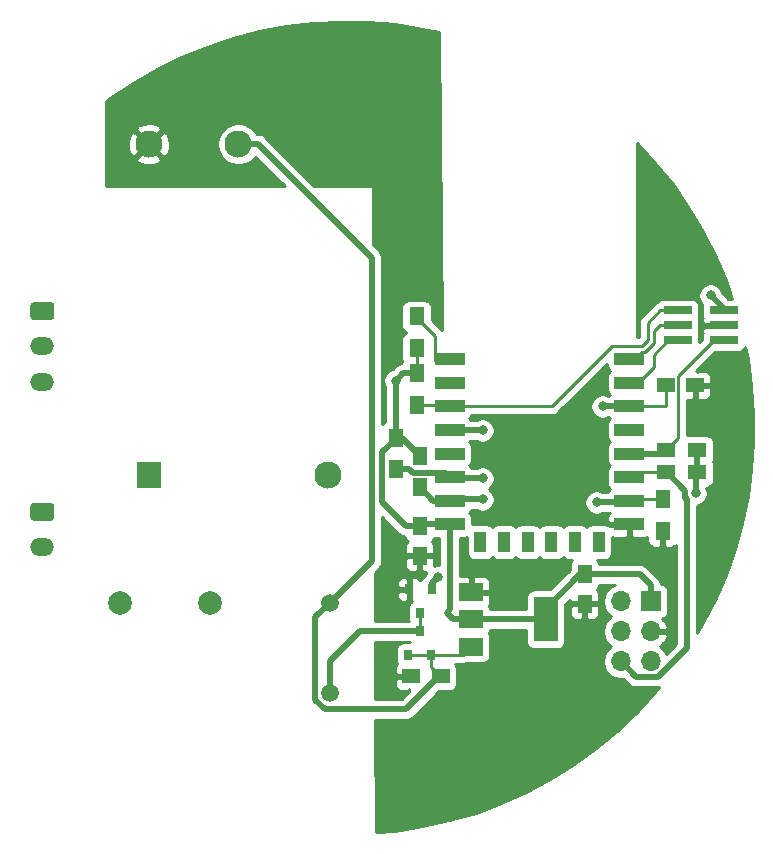
<source format=gbr>
G04 #@! TF.GenerationSoftware,KiCad,Pcbnew,(5.1.6)-1*
G04 #@! TF.CreationDate,2020-07-29T22:01:18+02:00*
G04 #@! TF.ProjectId,loftrelayRound,6c6f6674-7265-46c6-9179-526f756e642e,rev?*
G04 #@! TF.SameCoordinates,Original*
G04 #@! TF.FileFunction,Copper,L1,Top*
G04 #@! TF.FilePolarity,Positive*
%FSLAX46Y46*%
G04 Gerber Fmt 4.6, Leading zero omitted, Abs format (unit mm)*
G04 Created by KiCad (PCBNEW (5.1.6)-1) date 2020-07-29 22:01:18*
%MOMM*%
%LPD*%
G01*
G04 APERTURE LIST*
G04 #@! TA.AperFunction,ComponentPad*
%ADD10O,2.020000X1.500000*%
G04 #@! TD*
G04 #@! TA.AperFunction,SMDPad,CuDef*
%ADD11R,1.500000X1.250000*%
G04 #@! TD*
G04 #@! TA.AperFunction,SMDPad,CuDef*
%ADD12R,1.250000X1.500000*%
G04 #@! TD*
G04 #@! TA.AperFunction,SMDPad,CuDef*
%ADD13R,1.300000X1.500000*%
G04 #@! TD*
G04 #@! TA.AperFunction,SMDPad,CuDef*
%ADD14R,1.500000X1.300000*%
G04 #@! TD*
G04 #@! TA.AperFunction,SMDPad,CuDef*
%ADD15R,2.500000X1.000000*%
G04 #@! TD*
G04 #@! TA.AperFunction,SMDPad,CuDef*
%ADD16R,1.000000X1.800000*%
G04 #@! TD*
G04 #@! TA.AperFunction,SMDPad,CuDef*
%ADD17R,0.800000X0.900000*%
G04 #@! TD*
G04 #@! TA.AperFunction,ComponentPad*
%ADD18C,1.520000*%
G04 #@! TD*
G04 #@! TA.AperFunction,ComponentPad*
%ADD19C,2.000000*%
G04 #@! TD*
G04 #@! TA.AperFunction,ComponentPad*
%ADD20C,2.300000*%
G04 #@! TD*
G04 #@! TA.AperFunction,ComponentPad*
%ADD21R,2.000000X2.300000*%
G04 #@! TD*
G04 #@! TA.AperFunction,SMDPad,CuDef*
%ADD22R,2.000000X3.800000*%
G04 #@! TD*
G04 #@! TA.AperFunction,SMDPad,CuDef*
%ADD23R,2.000000X1.500000*%
G04 #@! TD*
G04 #@! TA.AperFunction,SMDPad,CuDef*
%ADD24R,2.400000X0.740000*%
G04 #@! TD*
G04 #@! TA.AperFunction,ComponentPad*
%ADD25O,1.700000X1.700000*%
G04 #@! TD*
G04 #@! TA.AperFunction,ComponentPad*
%ADD26R,1.700000X1.700000*%
G04 #@! TD*
G04 #@! TA.AperFunction,ViaPad*
%ADD27C,0.800000*%
G04 #@! TD*
G04 #@! TA.AperFunction,Conductor*
%ADD28C,0.254000*%
G04 #@! TD*
G04 #@! TA.AperFunction,Conductor*
%ADD29C,0.508000*%
G04 #@! TD*
G04 APERTURE END LIST*
D10*
X123000000Y-128000000D03*
G04 #@! TA.AperFunction,ComponentPad*
G36*
G01*
X122240000Y-124250000D02*
X123760000Y-124250000D01*
G75*
G02*
X124010000Y-124500000I0J-250000D01*
G01*
X124010000Y-125500000D01*
G75*
G02*
X123760000Y-125750000I-250000J0D01*
G01*
X122240000Y-125750000D01*
G75*
G02*
X121990000Y-125500000I0J250000D01*
G01*
X121990000Y-124500000D01*
G75*
G02*
X122240000Y-124250000I250000J0D01*
G01*
G37*
G04 #@! TD.AperFunction*
X123000000Y-114000000D03*
X123000000Y-111000000D03*
G04 #@! TA.AperFunction,ComponentPad*
G36*
G01*
X122240000Y-107250000D02*
X123760000Y-107250000D01*
G75*
G02*
X124010000Y-107500000I0J-250000D01*
G01*
X124010000Y-108500000D01*
G75*
G02*
X123760000Y-108750000I-250000J0D01*
G01*
X122240000Y-108750000D01*
G75*
G02*
X121990000Y-108500000I0J250000D01*
G01*
X121990000Y-107500000D01*
G75*
G02*
X122240000Y-107250000I250000J0D01*
G01*
G37*
G04 #@! TD.AperFunction*
D11*
X154218000Y-138938000D03*
X156718000Y-138938000D03*
D12*
X154940000Y-126238000D03*
X154940000Y-128738000D03*
X168910000Y-132802000D03*
X168910000Y-130302000D03*
D13*
X154686000Y-113284000D03*
X154686000Y-115984000D03*
X154686000Y-108458000D03*
X154686000Y-111158000D03*
D14*
X175768000Y-119800000D03*
X178468000Y-119800000D03*
D13*
X175514000Y-123952000D03*
X175514000Y-126652000D03*
D14*
X175768000Y-121666000D03*
X178468000Y-121666000D03*
D15*
X157500000Y-112070000D03*
X157500000Y-114070000D03*
X157500000Y-116070000D03*
X157500000Y-118070000D03*
X157500000Y-120070000D03*
X157500000Y-122070000D03*
X157500000Y-124070000D03*
X157500000Y-126070000D03*
D16*
X160100000Y-127570000D03*
X162100000Y-127570000D03*
X164100000Y-127570000D03*
X166100000Y-127570000D03*
X168100000Y-127570000D03*
X170100000Y-127570000D03*
D15*
X172700000Y-126070000D03*
X172700000Y-124070000D03*
X172700000Y-122070000D03*
X172700000Y-120070000D03*
X172700000Y-118070000D03*
X172700000Y-116070000D03*
X172700000Y-114070000D03*
X172700000Y-112070000D03*
D17*
X155006000Y-133572000D03*
X154056000Y-131572000D03*
X155956000Y-131572000D03*
D18*
X147320000Y-140335000D03*
D19*
X129540000Y-132715000D03*
X137160000Y-132715000D03*
D18*
X147320000Y-132715000D03*
D11*
X178268000Y-114300000D03*
X175768000Y-114300000D03*
D20*
X132010001Y-93874999D03*
D21*
X132010001Y-121874999D03*
D20*
X147210001Y-121874999D03*
X139610001Y-93874999D03*
D22*
X165608000Y-134112000D03*
D23*
X159308000Y-134112000D03*
X159308000Y-136412000D03*
X159308000Y-131812000D03*
D17*
X153990000Y-137128000D03*
X155890000Y-137128000D03*
X154940000Y-135128000D03*
D24*
X180684000Y-110490000D03*
X176784000Y-110490000D03*
X180684000Y-109220000D03*
X176784000Y-109220000D03*
X180684000Y-107950000D03*
X176784000Y-107950000D03*
D25*
X171958000Y-137668000D03*
X174498000Y-137668000D03*
X171958000Y-135128000D03*
X174498000Y-135128000D03*
X171958000Y-132588000D03*
D26*
X174498000Y-132588000D03*
D13*
X152908000Y-118712000D03*
X152908000Y-121412000D03*
X154940000Y-122936000D03*
X154940000Y-120236000D03*
D27*
X161544000Y-132588000D03*
X175910453Y-128609793D03*
X182118000Y-112014000D03*
X178054000Y-106426000D03*
X152654000Y-128016000D03*
X152400000Y-137668000D03*
X167386000Y-137922000D03*
X178308000Y-123444000D03*
X179578000Y-106680000D03*
X152908000Y-113904000D03*
X160274000Y-118110000D03*
X170434000Y-116078000D03*
X156464000Y-130556000D03*
X169926000Y-124206000D03*
X160274000Y-123952000D03*
X160274000Y-122174000D03*
D28*
X154686000Y-111158000D02*
X154686000Y-113284000D01*
D29*
X155108000Y-126070000D02*
X154940000Y-126238000D01*
X157500000Y-126070000D02*
X155108000Y-126070000D01*
X159308000Y-134112000D02*
X165608000Y-134112000D01*
X168518000Y-130302000D02*
X168910000Y-130302000D01*
X165608000Y-133212000D02*
X168518000Y-130302000D01*
X165608000Y-134112000D02*
X165608000Y-133212000D01*
X157800000Y-134112000D02*
X157226000Y-133538000D01*
X159308000Y-134112000D02*
X157800000Y-134112000D01*
X157500000Y-133264000D02*
X157500000Y-126070000D01*
X157226000Y-133538000D02*
X157500000Y-133264000D01*
X174498000Y-131230000D02*
X174498000Y-132588000D01*
X173570000Y-130302000D02*
X174498000Y-131230000D01*
X168910000Y-130302000D02*
X173570000Y-130302000D01*
X153416000Y-118712000D02*
X154940000Y-120236000D01*
X152908000Y-118712000D02*
X153416000Y-118712000D01*
X153528000Y-113284000D02*
X154686000Y-113284000D01*
X152908000Y-113904000D02*
X153528000Y-113284000D01*
X152908000Y-118712000D02*
X152908000Y-113904000D01*
X152908000Y-118812000D02*
X152908000Y-118712000D01*
X151750000Y-119970000D02*
X152908000Y-118812000D01*
X151750000Y-124181000D02*
X151750000Y-119970000D01*
X153807000Y-126238000D02*
X151750000Y-124181000D01*
X154940000Y-126238000D02*
X153807000Y-126238000D01*
X178308000Y-121826000D02*
X178468000Y-121666000D01*
X178308000Y-123444000D02*
X178308000Y-121826000D01*
X180684000Y-107950000D02*
X180684000Y-107786000D01*
X180684000Y-107786000D02*
X179578000Y-106680000D01*
X178468000Y-121666000D02*
X178468000Y-119800000D01*
X157540000Y-118110000D02*
X157500000Y-118070000D01*
X160274000Y-118110000D02*
X157540000Y-118110000D01*
D28*
X175768000Y-114300000D02*
X175220000Y-114300000D01*
X175760000Y-116070000D02*
X175768000Y-116078000D01*
X172700000Y-116070000D02*
X175760000Y-116070000D01*
X175768000Y-114300000D02*
X175768000Y-116078000D01*
D29*
X172700000Y-116070000D02*
X170442000Y-116070000D01*
X170442000Y-116070000D02*
X170434000Y-116078000D01*
D28*
X156774000Y-112070000D02*
X156210000Y-111506000D01*
X157500000Y-112070000D02*
X156774000Y-112070000D01*
X154686000Y-108558000D02*
X156210000Y-110082000D01*
X154686000Y-108458000D02*
X154686000Y-108558000D01*
X156210000Y-110082000D02*
X156210000Y-112268000D01*
X157302000Y-112268000D02*
X157500000Y-112070000D01*
X156210000Y-112268000D02*
X157302000Y-112268000D01*
X172818000Y-123952000D02*
X172700000Y-124070000D01*
X175514000Y-123952000D02*
X172818000Y-123952000D01*
D29*
X155956000Y-131572000D02*
X155956000Y-131064000D01*
X155956000Y-131064000D02*
X156464000Y-130556000D01*
X172564000Y-124206000D02*
X172700000Y-124070000D01*
X169926000Y-124206000D02*
X172564000Y-124206000D01*
D28*
X153990000Y-137128000D02*
X156178000Y-137128000D01*
X156178000Y-137128000D02*
X155890000Y-137128000D01*
X155890000Y-138110000D02*
X156718000Y-138938000D01*
X155890000Y-137128000D02*
X155890000Y-138110000D01*
X158592000Y-137128000D02*
X159308000Y-136412000D01*
X155890000Y-137128000D02*
X158592000Y-137128000D01*
D29*
X146105999Y-140917721D02*
X146920278Y-141732000D01*
X147320000Y-132715000D02*
X146105999Y-133929001D01*
X146105999Y-133929001D02*
X146105999Y-140917721D01*
X156593000Y-138938000D02*
X156718000Y-138938000D01*
X153799000Y-141732000D02*
X156593000Y-138938000D01*
X146920278Y-141732000D02*
X153799000Y-141732000D01*
X141236346Y-93874999D02*
X150876000Y-103514653D01*
X139610001Y-93874999D02*
X141236346Y-93874999D01*
X150876000Y-129159000D02*
X147320000Y-132715000D01*
X150876000Y-103514653D02*
X150876000Y-129159000D01*
D28*
X172700000Y-112070000D02*
X173172000Y-112070000D01*
X173172000Y-112070000D02*
X173736000Y-111506000D01*
X173736000Y-111506000D02*
X173990000Y-111506000D01*
X173990000Y-111506000D02*
X174752000Y-110744000D01*
X174752000Y-110744000D02*
X174752000Y-109728000D01*
X175260000Y-109220000D02*
X176784000Y-109220000D01*
X174752000Y-109728000D02*
X175260000Y-109220000D01*
X175330000Y-107950000D02*
X174244000Y-109036000D01*
X176784000Y-107950000D02*
X175330000Y-107950000D01*
X174244000Y-109036000D02*
X174244000Y-110490000D01*
X174244000Y-110490000D02*
X173736000Y-110998000D01*
X173736000Y-110998000D02*
X171196000Y-110998000D01*
X166124000Y-116070000D02*
X157500000Y-116070000D01*
X171196000Y-110998000D02*
X166124000Y-116070000D01*
X157414000Y-115984000D02*
X157500000Y-116070000D01*
X154686000Y-115984000D02*
X157414000Y-115984000D01*
X155006000Y-135062000D02*
X154940000Y-135128000D01*
X155006000Y-133572000D02*
X155006000Y-135062000D01*
D29*
X147320000Y-140335000D02*
X147320000Y-137668000D01*
X149860000Y-135128000D02*
X154940000Y-135128000D01*
X147320000Y-137668000D02*
X149860000Y-135128000D01*
D28*
X172882000Y-119888000D02*
X172700000Y-120070000D01*
X175868000Y-119888000D02*
X175768000Y-119888000D01*
X179854000Y-110490000D02*
X176845001Y-113498999D01*
X180684000Y-110490000D02*
X179854000Y-110490000D01*
D29*
X175498000Y-120070000D02*
X175768000Y-119800000D01*
X172700000Y-120070000D02*
X175498000Y-120070000D01*
D28*
X176845001Y-118722999D02*
X175768000Y-119800000D01*
X176845001Y-113498999D02*
X176845001Y-118722999D01*
X175954000Y-110490000D02*
X176784000Y-110490000D01*
X174752000Y-111692000D02*
X175954000Y-110490000D01*
X174752000Y-112768000D02*
X174752000Y-111692000D01*
X173450000Y-114070000D02*
X174752000Y-112768000D01*
X172700000Y-114070000D02*
X173450000Y-114070000D01*
X173104000Y-121666000D02*
X172700000Y-122070000D01*
X175768000Y-121666000D02*
X173104000Y-121666000D01*
D29*
X175123921Y-138972001D02*
X177546000Y-136549922D01*
X171958000Y-137668000D02*
X173262001Y-138972001D01*
X177453999Y-123853921D02*
X177453999Y-123251999D01*
X177453999Y-123251999D02*
X175868000Y-121666000D01*
X177546000Y-123945922D02*
X177453999Y-123853921D01*
X175868000Y-121666000D02*
X175768000Y-121666000D01*
X177546000Y-136549922D02*
X177546000Y-123945922D01*
X173262001Y-138972001D02*
X175123921Y-138972001D01*
X156074000Y-124070000D02*
X157500000Y-124070000D01*
X154940000Y-122936000D02*
X156074000Y-124070000D01*
X157618000Y-123952000D02*
X157500000Y-124070000D01*
X160274000Y-123952000D02*
X157618000Y-123952000D01*
X157161999Y-121731999D02*
X157500000Y-122070000D01*
X154385999Y-121731999D02*
X157161999Y-121731999D01*
X154066000Y-121412000D02*
X154385999Y-121731999D01*
X152908000Y-121412000D02*
X154066000Y-121412000D01*
X157604000Y-122174000D02*
X157500000Y-122070000D01*
X160274000Y-122174000D02*
X157604000Y-122174000D01*
D28*
G36*
X171254589Y-131272010D02*
G01*
X171011368Y-131434525D01*
X170804525Y-131641368D01*
X170642010Y-131884589D01*
X170530068Y-132154842D01*
X170473000Y-132441740D01*
X170473000Y-132734260D01*
X170530068Y-133021158D01*
X170642010Y-133291411D01*
X170804525Y-133534632D01*
X171011368Y-133741475D01*
X171185760Y-133858000D01*
X171011368Y-133974525D01*
X170804525Y-134181368D01*
X170642010Y-134424589D01*
X170530068Y-134694842D01*
X170473000Y-134981740D01*
X170473000Y-135274260D01*
X170530068Y-135561158D01*
X170642010Y-135831411D01*
X170804525Y-136074632D01*
X171011368Y-136281475D01*
X171185760Y-136398000D01*
X171011368Y-136514525D01*
X170804525Y-136721368D01*
X170642010Y-136964589D01*
X170530068Y-137234842D01*
X170473000Y-137521740D01*
X170473000Y-137814260D01*
X170530068Y-138101158D01*
X170642010Y-138371411D01*
X170804525Y-138614632D01*
X171011368Y-138821475D01*
X171254589Y-138983990D01*
X171524842Y-139095932D01*
X171811740Y-139153000D01*
X172104260Y-139153000D01*
X172172242Y-139139477D01*
X172602507Y-139569742D01*
X172630342Y-139603660D01*
X172765710Y-139714754D01*
X172920150Y-139797304D01*
X172975639Y-139814136D01*
X173087726Y-139848137D01*
X173104326Y-139849772D01*
X173218334Y-139861001D01*
X173218341Y-139861001D01*
X173262001Y-139865301D01*
X173305661Y-139861001D01*
X175080261Y-139861001D01*
X175123921Y-139865301D01*
X175167581Y-139861001D01*
X175167588Y-139861001D01*
X175227528Y-139855097D01*
X174918723Y-140240415D01*
X173348070Y-141949646D01*
X171665611Y-143548943D01*
X169879022Y-145031008D01*
X167996455Y-146389081D01*
X166026500Y-147616963D01*
X163978145Y-148709053D01*
X161860736Y-149660368D01*
X159683935Y-150466566D01*
X157457674Y-151123970D01*
X155192111Y-151629580D01*
X152897583Y-151981089D01*
X151254541Y-152120177D01*
X151210766Y-142621000D01*
X153755340Y-142621000D01*
X153799000Y-142625300D01*
X153842660Y-142621000D01*
X153842667Y-142621000D01*
X153973274Y-142608136D01*
X154140851Y-142557303D01*
X154295291Y-142474753D01*
X154430659Y-142363659D01*
X154458499Y-142329736D01*
X156587164Y-140201072D01*
X157468000Y-140201072D01*
X157592482Y-140188812D01*
X157712180Y-140152502D01*
X157822494Y-140093537D01*
X157919185Y-140014185D01*
X157998537Y-139917494D01*
X158057502Y-139807180D01*
X158093812Y-139687482D01*
X158106072Y-139563000D01*
X158106072Y-138313000D01*
X158093812Y-138188518D01*
X158057502Y-138068820D01*
X157998537Y-137958506D01*
X157942316Y-137890000D01*
X158554577Y-137890000D01*
X158592000Y-137893686D01*
X158629423Y-137890000D01*
X158629426Y-137890000D01*
X158741378Y-137878974D01*
X158885015Y-137835402D01*
X158951113Y-137800072D01*
X160308000Y-137800072D01*
X160432482Y-137787812D01*
X160552180Y-137751502D01*
X160662494Y-137692537D01*
X160759185Y-137613185D01*
X160838537Y-137516494D01*
X160897502Y-137406180D01*
X160933812Y-137286482D01*
X160946072Y-137162000D01*
X160946072Y-135662000D01*
X160933812Y-135537518D01*
X160897502Y-135417820D01*
X160838537Y-135307506D01*
X160801191Y-135262000D01*
X160838537Y-135216494D01*
X160897502Y-135106180D01*
X160929408Y-135001000D01*
X163969928Y-135001000D01*
X163969928Y-136012000D01*
X163982188Y-136136482D01*
X164018498Y-136256180D01*
X164077463Y-136366494D01*
X164156815Y-136463185D01*
X164253506Y-136542537D01*
X164363820Y-136601502D01*
X164483518Y-136637812D01*
X164608000Y-136650072D01*
X166608000Y-136650072D01*
X166732482Y-136637812D01*
X166852180Y-136601502D01*
X166962494Y-136542537D01*
X167059185Y-136463185D01*
X167138537Y-136366494D01*
X167197502Y-136256180D01*
X167233812Y-136136482D01*
X167246072Y-136012000D01*
X167246072Y-133552000D01*
X167646928Y-133552000D01*
X167659188Y-133676482D01*
X167695498Y-133796180D01*
X167754463Y-133906494D01*
X167833815Y-134003185D01*
X167930506Y-134082537D01*
X168040820Y-134141502D01*
X168160518Y-134177812D01*
X168285000Y-134190072D01*
X168624250Y-134187000D01*
X168783000Y-134028250D01*
X168783000Y-132929000D01*
X169037000Y-132929000D01*
X169037000Y-134028250D01*
X169195750Y-134187000D01*
X169535000Y-134190072D01*
X169659482Y-134177812D01*
X169779180Y-134141502D01*
X169889494Y-134082537D01*
X169986185Y-134003185D01*
X170065537Y-133906494D01*
X170124502Y-133796180D01*
X170160812Y-133676482D01*
X170173072Y-133552000D01*
X170170000Y-133087750D01*
X170011250Y-132929000D01*
X169037000Y-132929000D01*
X168783000Y-132929000D01*
X167808750Y-132929000D01*
X167650000Y-133087750D01*
X167646928Y-133552000D01*
X167246072Y-133552000D01*
X167246072Y-132831163D01*
X167649415Y-132427821D01*
X167650000Y-132516250D01*
X167808750Y-132675000D01*
X168783000Y-132675000D01*
X168783000Y-132655000D01*
X169037000Y-132655000D01*
X169037000Y-132675000D01*
X170011250Y-132675000D01*
X170170000Y-132516250D01*
X170173072Y-132052000D01*
X170160812Y-131927518D01*
X170124502Y-131807820D01*
X170065537Y-131697506D01*
X169986185Y-131600815D01*
X169926704Y-131552000D01*
X169986185Y-131503185D01*
X170065537Y-131406494D01*
X170124502Y-131296180D01*
X170156408Y-131191000D01*
X171450165Y-131191000D01*
X171254589Y-131272010D01*
G37*
X171254589Y-131272010D02*
X171011368Y-131434525D01*
X170804525Y-131641368D01*
X170642010Y-131884589D01*
X170530068Y-132154842D01*
X170473000Y-132441740D01*
X170473000Y-132734260D01*
X170530068Y-133021158D01*
X170642010Y-133291411D01*
X170804525Y-133534632D01*
X171011368Y-133741475D01*
X171185760Y-133858000D01*
X171011368Y-133974525D01*
X170804525Y-134181368D01*
X170642010Y-134424589D01*
X170530068Y-134694842D01*
X170473000Y-134981740D01*
X170473000Y-135274260D01*
X170530068Y-135561158D01*
X170642010Y-135831411D01*
X170804525Y-136074632D01*
X171011368Y-136281475D01*
X171185760Y-136398000D01*
X171011368Y-136514525D01*
X170804525Y-136721368D01*
X170642010Y-136964589D01*
X170530068Y-137234842D01*
X170473000Y-137521740D01*
X170473000Y-137814260D01*
X170530068Y-138101158D01*
X170642010Y-138371411D01*
X170804525Y-138614632D01*
X171011368Y-138821475D01*
X171254589Y-138983990D01*
X171524842Y-139095932D01*
X171811740Y-139153000D01*
X172104260Y-139153000D01*
X172172242Y-139139477D01*
X172602507Y-139569742D01*
X172630342Y-139603660D01*
X172765710Y-139714754D01*
X172920150Y-139797304D01*
X172975639Y-139814136D01*
X173087726Y-139848137D01*
X173104326Y-139849772D01*
X173218334Y-139861001D01*
X173218341Y-139861001D01*
X173262001Y-139865301D01*
X173305661Y-139861001D01*
X175080261Y-139861001D01*
X175123921Y-139865301D01*
X175167581Y-139861001D01*
X175167588Y-139861001D01*
X175227528Y-139855097D01*
X174918723Y-140240415D01*
X173348070Y-141949646D01*
X171665611Y-143548943D01*
X169879022Y-145031008D01*
X167996455Y-146389081D01*
X166026500Y-147616963D01*
X163978145Y-148709053D01*
X161860736Y-149660368D01*
X159683935Y-150466566D01*
X157457674Y-151123970D01*
X155192111Y-151629580D01*
X152897583Y-151981089D01*
X151254541Y-152120177D01*
X151210766Y-142621000D01*
X153755340Y-142621000D01*
X153799000Y-142625300D01*
X153842660Y-142621000D01*
X153842667Y-142621000D01*
X153973274Y-142608136D01*
X154140851Y-142557303D01*
X154295291Y-142474753D01*
X154430659Y-142363659D01*
X154458499Y-142329736D01*
X156587164Y-140201072D01*
X157468000Y-140201072D01*
X157592482Y-140188812D01*
X157712180Y-140152502D01*
X157822494Y-140093537D01*
X157919185Y-140014185D01*
X157998537Y-139917494D01*
X158057502Y-139807180D01*
X158093812Y-139687482D01*
X158106072Y-139563000D01*
X158106072Y-138313000D01*
X158093812Y-138188518D01*
X158057502Y-138068820D01*
X157998537Y-137958506D01*
X157942316Y-137890000D01*
X158554577Y-137890000D01*
X158592000Y-137893686D01*
X158629423Y-137890000D01*
X158629426Y-137890000D01*
X158741378Y-137878974D01*
X158885015Y-137835402D01*
X158951113Y-137800072D01*
X160308000Y-137800072D01*
X160432482Y-137787812D01*
X160552180Y-137751502D01*
X160662494Y-137692537D01*
X160759185Y-137613185D01*
X160838537Y-137516494D01*
X160897502Y-137406180D01*
X160933812Y-137286482D01*
X160946072Y-137162000D01*
X160946072Y-135662000D01*
X160933812Y-135537518D01*
X160897502Y-135417820D01*
X160838537Y-135307506D01*
X160801191Y-135262000D01*
X160838537Y-135216494D01*
X160897502Y-135106180D01*
X160929408Y-135001000D01*
X163969928Y-135001000D01*
X163969928Y-136012000D01*
X163982188Y-136136482D01*
X164018498Y-136256180D01*
X164077463Y-136366494D01*
X164156815Y-136463185D01*
X164253506Y-136542537D01*
X164363820Y-136601502D01*
X164483518Y-136637812D01*
X164608000Y-136650072D01*
X166608000Y-136650072D01*
X166732482Y-136637812D01*
X166852180Y-136601502D01*
X166962494Y-136542537D01*
X167059185Y-136463185D01*
X167138537Y-136366494D01*
X167197502Y-136256180D01*
X167233812Y-136136482D01*
X167246072Y-136012000D01*
X167246072Y-133552000D01*
X167646928Y-133552000D01*
X167659188Y-133676482D01*
X167695498Y-133796180D01*
X167754463Y-133906494D01*
X167833815Y-134003185D01*
X167930506Y-134082537D01*
X168040820Y-134141502D01*
X168160518Y-134177812D01*
X168285000Y-134190072D01*
X168624250Y-134187000D01*
X168783000Y-134028250D01*
X168783000Y-132929000D01*
X169037000Y-132929000D01*
X169037000Y-134028250D01*
X169195750Y-134187000D01*
X169535000Y-134190072D01*
X169659482Y-134177812D01*
X169779180Y-134141502D01*
X169889494Y-134082537D01*
X169986185Y-134003185D01*
X170065537Y-133906494D01*
X170124502Y-133796180D01*
X170160812Y-133676482D01*
X170173072Y-133552000D01*
X170170000Y-133087750D01*
X170011250Y-132929000D01*
X169037000Y-132929000D01*
X168783000Y-132929000D01*
X167808750Y-132929000D01*
X167650000Y-133087750D01*
X167646928Y-133552000D01*
X167246072Y-133552000D01*
X167246072Y-132831163D01*
X167649415Y-132427821D01*
X167650000Y-132516250D01*
X167808750Y-132675000D01*
X168783000Y-132675000D01*
X168783000Y-132655000D01*
X169037000Y-132655000D01*
X169037000Y-132675000D01*
X170011250Y-132675000D01*
X170170000Y-132516250D01*
X170173072Y-132052000D01*
X170160812Y-131927518D01*
X170124502Y-131807820D01*
X170065537Y-131697506D01*
X169986185Y-131600815D01*
X169926704Y-131552000D01*
X169986185Y-131503185D01*
X170065537Y-131406494D01*
X170124502Y-131296180D01*
X170156408Y-131191000D01*
X171450165Y-131191000D01*
X171254589Y-131272010D01*
G36*
X154088815Y-136029185D02*
G01*
X154101905Y-136039928D01*
X153590000Y-136039928D01*
X153465518Y-136052188D01*
X153345820Y-136088498D01*
X153235506Y-136147463D01*
X153138815Y-136226815D01*
X153059463Y-136323506D01*
X153000498Y-136433820D01*
X152964188Y-136553518D01*
X152951928Y-136678000D01*
X152951928Y-137578000D01*
X152964188Y-137702482D01*
X153000498Y-137822180D01*
X153020199Y-137859038D01*
X153016815Y-137861815D01*
X152937463Y-137958506D01*
X152878498Y-138068820D01*
X152842188Y-138188518D01*
X152829928Y-138313000D01*
X152833000Y-138652250D01*
X152991750Y-138811000D01*
X154091000Y-138811000D01*
X154091000Y-138791000D01*
X154345000Y-138791000D01*
X154345000Y-138811000D01*
X154365000Y-138811000D01*
X154365000Y-139065000D01*
X154345000Y-139065000D01*
X154345000Y-139085000D01*
X154091000Y-139085000D01*
X154091000Y-139065000D01*
X152991750Y-139065000D01*
X152833000Y-139223750D01*
X152829928Y-139563000D01*
X152842188Y-139687482D01*
X152878498Y-139807180D01*
X152937463Y-139917494D01*
X153016815Y-140014185D01*
X153113506Y-140093537D01*
X153223820Y-140152502D01*
X153343518Y-140188812D01*
X153468000Y-140201072D01*
X153932250Y-140198000D01*
X154090998Y-140039252D01*
X154090998Y-140182767D01*
X153430765Y-140843000D01*
X151202573Y-140843000D01*
X151180333Y-136017000D01*
X154078815Y-136017000D01*
X154088815Y-136029185D01*
G37*
X154088815Y-136029185D02*
X154101905Y-136039928D01*
X153590000Y-136039928D01*
X153465518Y-136052188D01*
X153345820Y-136088498D01*
X153235506Y-136147463D01*
X153138815Y-136226815D01*
X153059463Y-136323506D01*
X153000498Y-136433820D01*
X152964188Y-136553518D01*
X152951928Y-136678000D01*
X152951928Y-137578000D01*
X152964188Y-137702482D01*
X153000498Y-137822180D01*
X153020199Y-137859038D01*
X153016815Y-137861815D01*
X152937463Y-137958506D01*
X152878498Y-138068820D01*
X152842188Y-138188518D01*
X152829928Y-138313000D01*
X152833000Y-138652250D01*
X152991750Y-138811000D01*
X154091000Y-138811000D01*
X154091000Y-138791000D01*
X154345000Y-138791000D01*
X154345000Y-138811000D01*
X154365000Y-138811000D01*
X154365000Y-139065000D01*
X154345000Y-139065000D01*
X154345000Y-139085000D01*
X154091000Y-139085000D01*
X154091000Y-139065000D01*
X152991750Y-139065000D01*
X152833000Y-139223750D01*
X152829928Y-139563000D01*
X152842188Y-139687482D01*
X152878498Y-139807180D01*
X152937463Y-139917494D01*
X153016815Y-140014185D01*
X153113506Y-140093537D01*
X153223820Y-140152502D01*
X153343518Y-140188812D01*
X153468000Y-140201072D01*
X153932250Y-140198000D01*
X154090998Y-140039252D01*
X154090998Y-140182767D01*
X153430765Y-140843000D01*
X151202573Y-140843000D01*
X151180333Y-136017000D01*
X154078815Y-136017000D01*
X154088815Y-136029185D01*
G36*
X170811928Y-112570000D02*
G01*
X170824188Y-112694482D01*
X170860498Y-112814180D01*
X170919463Y-112924494D01*
X170998815Y-113021185D01*
X171058296Y-113070000D01*
X170998815Y-113118815D01*
X170919463Y-113215506D01*
X170860498Y-113325820D01*
X170824188Y-113445518D01*
X170811928Y-113570000D01*
X170811928Y-114570000D01*
X170824188Y-114694482D01*
X170860498Y-114814180D01*
X170919463Y-114924494D01*
X170998815Y-115021185D01*
X171058296Y-115070000D01*
X170998815Y-115118815D01*
X170950159Y-115178103D01*
X170924256Y-115160795D01*
X170735898Y-115082774D01*
X170535939Y-115043000D01*
X170332061Y-115043000D01*
X170132102Y-115082774D01*
X169943744Y-115160795D01*
X169774226Y-115274063D01*
X169630063Y-115418226D01*
X169516795Y-115587744D01*
X169438774Y-115776102D01*
X169399000Y-115976061D01*
X169399000Y-116179939D01*
X169438774Y-116379898D01*
X169516795Y-116568256D01*
X169630063Y-116737774D01*
X169774226Y-116881937D01*
X169943744Y-116995205D01*
X170132102Y-117073226D01*
X170332061Y-117113000D01*
X170535939Y-117113000D01*
X170735898Y-117073226D01*
X170924256Y-116995205D01*
X170958639Y-116972231D01*
X170998815Y-117021185D01*
X171058296Y-117070000D01*
X170998815Y-117118815D01*
X170919463Y-117215506D01*
X170860498Y-117325820D01*
X170824188Y-117445518D01*
X170811928Y-117570000D01*
X170811928Y-118570000D01*
X170824188Y-118694482D01*
X170860498Y-118814180D01*
X170919463Y-118924494D01*
X170998815Y-119021185D01*
X171058296Y-119070000D01*
X170998815Y-119118815D01*
X170919463Y-119215506D01*
X170860498Y-119325820D01*
X170824188Y-119445518D01*
X170811928Y-119570000D01*
X170811928Y-120570000D01*
X170824188Y-120694482D01*
X170860498Y-120814180D01*
X170919463Y-120924494D01*
X170998815Y-121021185D01*
X171058296Y-121070000D01*
X170998815Y-121118815D01*
X170919463Y-121215506D01*
X170860498Y-121325820D01*
X170824188Y-121445518D01*
X170811928Y-121570000D01*
X170811928Y-122570000D01*
X170824188Y-122694482D01*
X170860498Y-122814180D01*
X170919463Y-122924494D01*
X170998815Y-123021185D01*
X171058296Y-123070000D01*
X170998815Y-123118815D01*
X170919463Y-123215506D01*
X170865212Y-123317000D01*
X170458468Y-123317000D01*
X170416256Y-123288795D01*
X170227898Y-123210774D01*
X170027939Y-123171000D01*
X169824061Y-123171000D01*
X169624102Y-123210774D01*
X169435744Y-123288795D01*
X169266226Y-123402063D01*
X169122063Y-123546226D01*
X169008795Y-123715744D01*
X168930774Y-123904102D01*
X168891000Y-124104061D01*
X168891000Y-124307939D01*
X168930774Y-124507898D01*
X169008795Y-124696256D01*
X169122063Y-124865774D01*
X169266226Y-125009937D01*
X169435744Y-125123205D01*
X169624102Y-125201226D01*
X169824061Y-125241000D01*
X170027939Y-125241000D01*
X170227898Y-125201226D01*
X170416256Y-125123205D01*
X170458468Y-125095000D01*
X171027834Y-125095000D01*
X170998815Y-125118815D01*
X170919463Y-125215506D01*
X170860498Y-125325820D01*
X170824188Y-125445518D01*
X170811928Y-125570000D01*
X170815000Y-125784250D01*
X170973750Y-125943000D01*
X172573000Y-125943000D01*
X172573000Y-125923000D01*
X172827000Y-125923000D01*
X172827000Y-125943000D01*
X172847000Y-125943000D01*
X172847000Y-126197000D01*
X172827000Y-126197000D01*
X172827000Y-127046250D01*
X172985750Y-127205000D01*
X173950000Y-127208072D01*
X174074482Y-127195812D01*
X174194180Y-127159502D01*
X174227651Y-127141611D01*
X174225928Y-127402000D01*
X174238188Y-127526482D01*
X174274498Y-127646180D01*
X174333463Y-127756494D01*
X174412815Y-127853185D01*
X174509506Y-127932537D01*
X174619820Y-127991502D01*
X174739518Y-128027812D01*
X174864000Y-128040072D01*
X175228250Y-128037000D01*
X175387000Y-127878250D01*
X175387000Y-126779000D01*
X175367000Y-126779000D01*
X175367000Y-126525000D01*
X175387000Y-126525000D01*
X175387000Y-126505000D01*
X175641000Y-126505000D01*
X175641000Y-126525000D01*
X175661000Y-126525000D01*
X175661000Y-126779000D01*
X175641000Y-126779000D01*
X175641000Y-127878250D01*
X175799750Y-128037000D01*
X176164000Y-128040072D01*
X176288482Y-128027812D01*
X176408180Y-127991502D01*
X176518494Y-127932537D01*
X176615185Y-127853185D01*
X176657001Y-127802232D01*
X176657000Y-136181686D01*
X175831595Y-137007091D01*
X175813990Y-136964589D01*
X175651475Y-136721368D01*
X175444632Y-136514525D01*
X175262466Y-136392805D01*
X175379355Y-136323178D01*
X175595588Y-136128269D01*
X175769641Y-135894920D01*
X175894825Y-135632099D01*
X175939476Y-135484890D01*
X175818155Y-135255000D01*
X174625000Y-135255000D01*
X174625000Y-135275000D01*
X174371000Y-135275000D01*
X174371000Y-135255000D01*
X174351000Y-135255000D01*
X174351000Y-135001000D01*
X174371000Y-135001000D01*
X174371000Y-134981000D01*
X174625000Y-134981000D01*
X174625000Y-135001000D01*
X175818155Y-135001000D01*
X175939476Y-134771110D01*
X175894825Y-134623901D01*
X175769641Y-134361080D01*
X175595588Y-134127731D01*
X175511534Y-134051966D01*
X175592180Y-134027502D01*
X175702494Y-133968537D01*
X175799185Y-133889185D01*
X175878537Y-133792494D01*
X175937502Y-133682180D01*
X175973812Y-133562482D01*
X175986072Y-133438000D01*
X175986072Y-131738000D01*
X175973812Y-131613518D01*
X175937502Y-131493820D01*
X175878537Y-131383506D01*
X175799185Y-131286815D01*
X175702494Y-131207463D01*
X175592180Y-131148498D01*
X175472482Y-131112188D01*
X175378788Y-131102960D01*
X175374136Y-131055726D01*
X175374136Y-131055724D01*
X175337108Y-130933659D01*
X175323303Y-130888149D01*
X175240753Y-130733709D01*
X175129659Y-130598341D01*
X175095743Y-130570507D01*
X174229499Y-129704264D01*
X174201659Y-129670341D01*
X174066291Y-129559247D01*
X173911851Y-129476697D01*
X173744274Y-129425864D01*
X173613667Y-129413000D01*
X173613660Y-129413000D01*
X173570000Y-129408700D01*
X173526340Y-129413000D01*
X170156408Y-129413000D01*
X170124502Y-129307820D01*
X170065537Y-129197506D01*
X169992141Y-129108072D01*
X170600000Y-129108072D01*
X170724482Y-129095812D01*
X170844180Y-129059502D01*
X170954494Y-129000537D01*
X171051185Y-128921185D01*
X171130537Y-128824494D01*
X171189502Y-128714180D01*
X171225812Y-128594482D01*
X171238072Y-128470000D01*
X171238072Y-127169286D01*
X171325518Y-127195812D01*
X171450000Y-127208072D01*
X172414250Y-127205000D01*
X172573000Y-127046250D01*
X172573000Y-126197000D01*
X171024603Y-126197000D01*
X170954494Y-126139463D01*
X170844180Y-126080498D01*
X170724482Y-126044188D01*
X170600000Y-126031928D01*
X169600000Y-126031928D01*
X169475518Y-126044188D01*
X169355820Y-126080498D01*
X169245506Y-126139463D01*
X169148815Y-126218815D01*
X169100000Y-126278296D01*
X169051185Y-126218815D01*
X168954494Y-126139463D01*
X168844180Y-126080498D01*
X168724482Y-126044188D01*
X168600000Y-126031928D01*
X167600000Y-126031928D01*
X167475518Y-126044188D01*
X167355820Y-126080498D01*
X167245506Y-126139463D01*
X167148815Y-126218815D01*
X167100000Y-126278296D01*
X167051185Y-126218815D01*
X166954494Y-126139463D01*
X166844180Y-126080498D01*
X166724482Y-126044188D01*
X166600000Y-126031928D01*
X165600000Y-126031928D01*
X165475518Y-126044188D01*
X165355820Y-126080498D01*
X165245506Y-126139463D01*
X165148815Y-126218815D01*
X165100000Y-126278296D01*
X165051185Y-126218815D01*
X164954494Y-126139463D01*
X164844180Y-126080498D01*
X164724482Y-126044188D01*
X164600000Y-126031928D01*
X163600000Y-126031928D01*
X163475518Y-126044188D01*
X163355820Y-126080498D01*
X163245506Y-126139463D01*
X163148815Y-126218815D01*
X163100000Y-126278296D01*
X163051185Y-126218815D01*
X162954494Y-126139463D01*
X162844180Y-126080498D01*
X162724482Y-126044188D01*
X162600000Y-126031928D01*
X161600000Y-126031928D01*
X161475518Y-126044188D01*
X161355820Y-126080498D01*
X161245506Y-126139463D01*
X161148815Y-126218815D01*
X161100000Y-126278296D01*
X161051185Y-126218815D01*
X160954494Y-126139463D01*
X160844180Y-126080498D01*
X160724482Y-126044188D01*
X160600000Y-126031928D01*
X159600000Y-126031928D01*
X159475518Y-126044188D01*
X159388072Y-126070714D01*
X159388072Y-125570000D01*
X159375812Y-125445518D01*
X159339502Y-125325820D01*
X159280537Y-125215506D01*
X159201185Y-125118815D01*
X159141704Y-125070000D01*
X159201185Y-125021185D01*
X159280537Y-124924494D01*
X159325166Y-124841000D01*
X159741532Y-124841000D01*
X159783744Y-124869205D01*
X159972102Y-124947226D01*
X160172061Y-124987000D01*
X160375939Y-124987000D01*
X160575898Y-124947226D01*
X160764256Y-124869205D01*
X160933774Y-124755937D01*
X161077937Y-124611774D01*
X161191205Y-124442256D01*
X161269226Y-124253898D01*
X161309000Y-124053939D01*
X161309000Y-123850061D01*
X161269226Y-123650102D01*
X161191205Y-123461744D01*
X161077937Y-123292226D01*
X160933774Y-123148063D01*
X160806468Y-123063000D01*
X160933774Y-122977937D01*
X161077937Y-122833774D01*
X161191205Y-122664256D01*
X161269226Y-122475898D01*
X161309000Y-122275939D01*
X161309000Y-122072061D01*
X161269226Y-121872102D01*
X161191205Y-121683744D01*
X161077937Y-121514226D01*
X160933774Y-121370063D01*
X160764256Y-121256795D01*
X160575898Y-121178774D01*
X160375939Y-121139000D01*
X160172061Y-121139000D01*
X159972102Y-121178774D01*
X159783744Y-121256795D01*
X159741532Y-121285000D01*
X159317683Y-121285000D01*
X159280537Y-121215506D01*
X159201185Y-121118815D01*
X159141704Y-121070000D01*
X159201185Y-121021185D01*
X159280537Y-120924494D01*
X159339502Y-120814180D01*
X159375812Y-120694482D01*
X159388072Y-120570000D01*
X159388072Y-119570000D01*
X159375812Y-119445518D01*
X159339502Y-119325820D01*
X159280537Y-119215506D01*
X159201185Y-119118815D01*
X159141704Y-119070000D01*
X159201185Y-119021185D01*
X159219392Y-118999000D01*
X159741532Y-118999000D01*
X159783744Y-119027205D01*
X159972102Y-119105226D01*
X160172061Y-119145000D01*
X160375939Y-119145000D01*
X160575898Y-119105226D01*
X160764256Y-119027205D01*
X160933774Y-118913937D01*
X161077937Y-118769774D01*
X161191205Y-118600256D01*
X161269226Y-118411898D01*
X161309000Y-118211939D01*
X161309000Y-118008061D01*
X161269226Y-117808102D01*
X161191205Y-117619744D01*
X161077937Y-117450226D01*
X160933774Y-117306063D01*
X160764256Y-117192795D01*
X160575898Y-117114774D01*
X160375939Y-117075000D01*
X160172061Y-117075000D01*
X159972102Y-117114774D01*
X159783744Y-117192795D01*
X159741532Y-117221000D01*
X159283474Y-117221000D01*
X159280537Y-117215506D01*
X159201185Y-117118815D01*
X159141704Y-117070000D01*
X159201185Y-117021185D01*
X159280537Y-116924494D01*
X159329977Y-116832000D01*
X166086577Y-116832000D01*
X166124000Y-116835686D01*
X166161423Y-116832000D01*
X166161426Y-116832000D01*
X166273378Y-116820974D01*
X166417015Y-116777402D01*
X166549392Y-116706645D01*
X166665422Y-116611422D01*
X166689284Y-116582346D01*
X170811928Y-112459703D01*
X170811928Y-112570000D01*
G37*
X170811928Y-112570000D02*
X170824188Y-112694482D01*
X170860498Y-112814180D01*
X170919463Y-112924494D01*
X170998815Y-113021185D01*
X171058296Y-113070000D01*
X170998815Y-113118815D01*
X170919463Y-113215506D01*
X170860498Y-113325820D01*
X170824188Y-113445518D01*
X170811928Y-113570000D01*
X170811928Y-114570000D01*
X170824188Y-114694482D01*
X170860498Y-114814180D01*
X170919463Y-114924494D01*
X170998815Y-115021185D01*
X171058296Y-115070000D01*
X170998815Y-115118815D01*
X170950159Y-115178103D01*
X170924256Y-115160795D01*
X170735898Y-115082774D01*
X170535939Y-115043000D01*
X170332061Y-115043000D01*
X170132102Y-115082774D01*
X169943744Y-115160795D01*
X169774226Y-115274063D01*
X169630063Y-115418226D01*
X169516795Y-115587744D01*
X169438774Y-115776102D01*
X169399000Y-115976061D01*
X169399000Y-116179939D01*
X169438774Y-116379898D01*
X169516795Y-116568256D01*
X169630063Y-116737774D01*
X169774226Y-116881937D01*
X169943744Y-116995205D01*
X170132102Y-117073226D01*
X170332061Y-117113000D01*
X170535939Y-117113000D01*
X170735898Y-117073226D01*
X170924256Y-116995205D01*
X170958639Y-116972231D01*
X170998815Y-117021185D01*
X171058296Y-117070000D01*
X170998815Y-117118815D01*
X170919463Y-117215506D01*
X170860498Y-117325820D01*
X170824188Y-117445518D01*
X170811928Y-117570000D01*
X170811928Y-118570000D01*
X170824188Y-118694482D01*
X170860498Y-118814180D01*
X170919463Y-118924494D01*
X170998815Y-119021185D01*
X171058296Y-119070000D01*
X170998815Y-119118815D01*
X170919463Y-119215506D01*
X170860498Y-119325820D01*
X170824188Y-119445518D01*
X170811928Y-119570000D01*
X170811928Y-120570000D01*
X170824188Y-120694482D01*
X170860498Y-120814180D01*
X170919463Y-120924494D01*
X170998815Y-121021185D01*
X171058296Y-121070000D01*
X170998815Y-121118815D01*
X170919463Y-121215506D01*
X170860498Y-121325820D01*
X170824188Y-121445518D01*
X170811928Y-121570000D01*
X170811928Y-122570000D01*
X170824188Y-122694482D01*
X170860498Y-122814180D01*
X170919463Y-122924494D01*
X170998815Y-123021185D01*
X171058296Y-123070000D01*
X170998815Y-123118815D01*
X170919463Y-123215506D01*
X170865212Y-123317000D01*
X170458468Y-123317000D01*
X170416256Y-123288795D01*
X170227898Y-123210774D01*
X170027939Y-123171000D01*
X169824061Y-123171000D01*
X169624102Y-123210774D01*
X169435744Y-123288795D01*
X169266226Y-123402063D01*
X169122063Y-123546226D01*
X169008795Y-123715744D01*
X168930774Y-123904102D01*
X168891000Y-124104061D01*
X168891000Y-124307939D01*
X168930774Y-124507898D01*
X169008795Y-124696256D01*
X169122063Y-124865774D01*
X169266226Y-125009937D01*
X169435744Y-125123205D01*
X169624102Y-125201226D01*
X169824061Y-125241000D01*
X170027939Y-125241000D01*
X170227898Y-125201226D01*
X170416256Y-125123205D01*
X170458468Y-125095000D01*
X171027834Y-125095000D01*
X170998815Y-125118815D01*
X170919463Y-125215506D01*
X170860498Y-125325820D01*
X170824188Y-125445518D01*
X170811928Y-125570000D01*
X170815000Y-125784250D01*
X170973750Y-125943000D01*
X172573000Y-125943000D01*
X172573000Y-125923000D01*
X172827000Y-125923000D01*
X172827000Y-125943000D01*
X172847000Y-125943000D01*
X172847000Y-126197000D01*
X172827000Y-126197000D01*
X172827000Y-127046250D01*
X172985750Y-127205000D01*
X173950000Y-127208072D01*
X174074482Y-127195812D01*
X174194180Y-127159502D01*
X174227651Y-127141611D01*
X174225928Y-127402000D01*
X174238188Y-127526482D01*
X174274498Y-127646180D01*
X174333463Y-127756494D01*
X174412815Y-127853185D01*
X174509506Y-127932537D01*
X174619820Y-127991502D01*
X174739518Y-128027812D01*
X174864000Y-128040072D01*
X175228250Y-128037000D01*
X175387000Y-127878250D01*
X175387000Y-126779000D01*
X175367000Y-126779000D01*
X175367000Y-126525000D01*
X175387000Y-126525000D01*
X175387000Y-126505000D01*
X175641000Y-126505000D01*
X175641000Y-126525000D01*
X175661000Y-126525000D01*
X175661000Y-126779000D01*
X175641000Y-126779000D01*
X175641000Y-127878250D01*
X175799750Y-128037000D01*
X176164000Y-128040072D01*
X176288482Y-128027812D01*
X176408180Y-127991502D01*
X176518494Y-127932537D01*
X176615185Y-127853185D01*
X176657001Y-127802232D01*
X176657000Y-136181686D01*
X175831595Y-137007091D01*
X175813990Y-136964589D01*
X175651475Y-136721368D01*
X175444632Y-136514525D01*
X175262466Y-136392805D01*
X175379355Y-136323178D01*
X175595588Y-136128269D01*
X175769641Y-135894920D01*
X175894825Y-135632099D01*
X175939476Y-135484890D01*
X175818155Y-135255000D01*
X174625000Y-135255000D01*
X174625000Y-135275000D01*
X174371000Y-135275000D01*
X174371000Y-135255000D01*
X174351000Y-135255000D01*
X174351000Y-135001000D01*
X174371000Y-135001000D01*
X174371000Y-134981000D01*
X174625000Y-134981000D01*
X174625000Y-135001000D01*
X175818155Y-135001000D01*
X175939476Y-134771110D01*
X175894825Y-134623901D01*
X175769641Y-134361080D01*
X175595588Y-134127731D01*
X175511534Y-134051966D01*
X175592180Y-134027502D01*
X175702494Y-133968537D01*
X175799185Y-133889185D01*
X175878537Y-133792494D01*
X175937502Y-133682180D01*
X175973812Y-133562482D01*
X175986072Y-133438000D01*
X175986072Y-131738000D01*
X175973812Y-131613518D01*
X175937502Y-131493820D01*
X175878537Y-131383506D01*
X175799185Y-131286815D01*
X175702494Y-131207463D01*
X175592180Y-131148498D01*
X175472482Y-131112188D01*
X175378788Y-131102960D01*
X175374136Y-131055726D01*
X175374136Y-131055724D01*
X175337108Y-130933659D01*
X175323303Y-130888149D01*
X175240753Y-130733709D01*
X175129659Y-130598341D01*
X175095743Y-130570507D01*
X174229499Y-129704264D01*
X174201659Y-129670341D01*
X174066291Y-129559247D01*
X173911851Y-129476697D01*
X173744274Y-129425864D01*
X173613667Y-129413000D01*
X173613660Y-129413000D01*
X173570000Y-129408700D01*
X173526340Y-129413000D01*
X170156408Y-129413000D01*
X170124502Y-129307820D01*
X170065537Y-129197506D01*
X169992141Y-129108072D01*
X170600000Y-129108072D01*
X170724482Y-129095812D01*
X170844180Y-129059502D01*
X170954494Y-129000537D01*
X171051185Y-128921185D01*
X171130537Y-128824494D01*
X171189502Y-128714180D01*
X171225812Y-128594482D01*
X171238072Y-128470000D01*
X171238072Y-127169286D01*
X171325518Y-127195812D01*
X171450000Y-127208072D01*
X172414250Y-127205000D01*
X172573000Y-127046250D01*
X172573000Y-126197000D01*
X171024603Y-126197000D01*
X170954494Y-126139463D01*
X170844180Y-126080498D01*
X170724482Y-126044188D01*
X170600000Y-126031928D01*
X169600000Y-126031928D01*
X169475518Y-126044188D01*
X169355820Y-126080498D01*
X169245506Y-126139463D01*
X169148815Y-126218815D01*
X169100000Y-126278296D01*
X169051185Y-126218815D01*
X168954494Y-126139463D01*
X168844180Y-126080498D01*
X168724482Y-126044188D01*
X168600000Y-126031928D01*
X167600000Y-126031928D01*
X167475518Y-126044188D01*
X167355820Y-126080498D01*
X167245506Y-126139463D01*
X167148815Y-126218815D01*
X167100000Y-126278296D01*
X167051185Y-126218815D01*
X166954494Y-126139463D01*
X166844180Y-126080498D01*
X166724482Y-126044188D01*
X166600000Y-126031928D01*
X165600000Y-126031928D01*
X165475518Y-126044188D01*
X165355820Y-126080498D01*
X165245506Y-126139463D01*
X165148815Y-126218815D01*
X165100000Y-126278296D01*
X165051185Y-126218815D01*
X164954494Y-126139463D01*
X164844180Y-126080498D01*
X164724482Y-126044188D01*
X164600000Y-126031928D01*
X163600000Y-126031928D01*
X163475518Y-126044188D01*
X163355820Y-126080498D01*
X163245506Y-126139463D01*
X163148815Y-126218815D01*
X163100000Y-126278296D01*
X163051185Y-126218815D01*
X162954494Y-126139463D01*
X162844180Y-126080498D01*
X162724482Y-126044188D01*
X162600000Y-126031928D01*
X161600000Y-126031928D01*
X161475518Y-126044188D01*
X161355820Y-126080498D01*
X161245506Y-126139463D01*
X161148815Y-126218815D01*
X161100000Y-126278296D01*
X161051185Y-126218815D01*
X160954494Y-126139463D01*
X160844180Y-126080498D01*
X160724482Y-126044188D01*
X160600000Y-126031928D01*
X159600000Y-126031928D01*
X159475518Y-126044188D01*
X159388072Y-126070714D01*
X159388072Y-125570000D01*
X159375812Y-125445518D01*
X159339502Y-125325820D01*
X159280537Y-125215506D01*
X159201185Y-125118815D01*
X159141704Y-125070000D01*
X159201185Y-125021185D01*
X159280537Y-124924494D01*
X159325166Y-124841000D01*
X159741532Y-124841000D01*
X159783744Y-124869205D01*
X159972102Y-124947226D01*
X160172061Y-124987000D01*
X160375939Y-124987000D01*
X160575898Y-124947226D01*
X160764256Y-124869205D01*
X160933774Y-124755937D01*
X161077937Y-124611774D01*
X161191205Y-124442256D01*
X161269226Y-124253898D01*
X161309000Y-124053939D01*
X161309000Y-123850061D01*
X161269226Y-123650102D01*
X161191205Y-123461744D01*
X161077937Y-123292226D01*
X160933774Y-123148063D01*
X160806468Y-123063000D01*
X160933774Y-122977937D01*
X161077937Y-122833774D01*
X161191205Y-122664256D01*
X161269226Y-122475898D01*
X161309000Y-122275939D01*
X161309000Y-122072061D01*
X161269226Y-121872102D01*
X161191205Y-121683744D01*
X161077937Y-121514226D01*
X160933774Y-121370063D01*
X160764256Y-121256795D01*
X160575898Y-121178774D01*
X160375939Y-121139000D01*
X160172061Y-121139000D01*
X159972102Y-121178774D01*
X159783744Y-121256795D01*
X159741532Y-121285000D01*
X159317683Y-121285000D01*
X159280537Y-121215506D01*
X159201185Y-121118815D01*
X159141704Y-121070000D01*
X159201185Y-121021185D01*
X159280537Y-120924494D01*
X159339502Y-120814180D01*
X159375812Y-120694482D01*
X159388072Y-120570000D01*
X159388072Y-119570000D01*
X159375812Y-119445518D01*
X159339502Y-119325820D01*
X159280537Y-119215506D01*
X159201185Y-119118815D01*
X159141704Y-119070000D01*
X159201185Y-119021185D01*
X159219392Y-118999000D01*
X159741532Y-118999000D01*
X159783744Y-119027205D01*
X159972102Y-119105226D01*
X160172061Y-119145000D01*
X160375939Y-119145000D01*
X160575898Y-119105226D01*
X160764256Y-119027205D01*
X160933774Y-118913937D01*
X161077937Y-118769774D01*
X161191205Y-118600256D01*
X161269226Y-118411898D01*
X161309000Y-118211939D01*
X161309000Y-118008061D01*
X161269226Y-117808102D01*
X161191205Y-117619744D01*
X161077937Y-117450226D01*
X160933774Y-117306063D01*
X160764256Y-117192795D01*
X160575898Y-117114774D01*
X160375939Y-117075000D01*
X160172061Y-117075000D01*
X159972102Y-117114774D01*
X159783744Y-117192795D01*
X159741532Y-117221000D01*
X159283474Y-117221000D01*
X159280537Y-117215506D01*
X159201185Y-117118815D01*
X159141704Y-117070000D01*
X159201185Y-117021185D01*
X159280537Y-116924494D01*
X159329977Y-116832000D01*
X166086577Y-116832000D01*
X166124000Y-116835686D01*
X166161423Y-116832000D01*
X166161426Y-116832000D01*
X166273378Y-116820974D01*
X166417015Y-116777402D01*
X166549392Y-116706645D01*
X166665422Y-116611422D01*
X166689284Y-116582346D01*
X170811928Y-112459703D01*
X170811928Y-112570000D01*
G36*
X182719979Y-112079213D02*
G01*
X183032684Y-114379351D01*
X183189394Y-116695352D01*
X183189394Y-119016648D01*
X183032684Y-121332649D01*
X182719979Y-123632787D01*
X182252705Y-125906567D01*
X181632996Y-128143614D01*
X180863677Y-130333720D01*
X179948260Y-132466894D01*
X178890921Y-134533402D01*
X178435000Y-135293151D01*
X178435000Y-124474015D01*
X178609898Y-124439226D01*
X178798256Y-124361205D01*
X178967774Y-124247937D01*
X179111937Y-124103774D01*
X179225205Y-123934256D01*
X179303226Y-123745898D01*
X179343000Y-123545939D01*
X179343000Y-123342061D01*
X179303226Y-123142102D01*
X179225205Y-122953744D01*
X179224966Y-122953386D01*
X179342482Y-122941812D01*
X179462180Y-122905502D01*
X179572494Y-122846537D01*
X179669185Y-122767185D01*
X179748537Y-122670494D01*
X179807502Y-122560180D01*
X179843812Y-122440482D01*
X179856072Y-122316000D01*
X179856072Y-121016000D01*
X179843812Y-120891518D01*
X179807502Y-120771820D01*
X179786752Y-120733000D01*
X179807502Y-120694180D01*
X179843812Y-120574482D01*
X179856072Y-120450000D01*
X179856072Y-119150000D01*
X179843812Y-119025518D01*
X179807502Y-118905820D01*
X179748537Y-118795506D01*
X179669185Y-118698815D01*
X179572494Y-118619463D01*
X179462180Y-118560498D01*
X179342482Y-118524188D01*
X179218000Y-118511928D01*
X177718000Y-118511928D01*
X177607001Y-118522860D01*
X177607001Y-115562483D01*
X177982250Y-115560000D01*
X178141000Y-115401250D01*
X178141000Y-114427000D01*
X178395000Y-114427000D01*
X178395000Y-115401250D01*
X178553750Y-115560000D01*
X179018000Y-115563072D01*
X179142482Y-115550812D01*
X179262180Y-115514502D01*
X179372494Y-115455537D01*
X179469185Y-115376185D01*
X179548537Y-115279494D01*
X179607502Y-115169180D01*
X179643812Y-115049482D01*
X179656072Y-114925000D01*
X179653000Y-114585750D01*
X179494250Y-114427000D01*
X178395000Y-114427000D01*
X178141000Y-114427000D01*
X178121000Y-114427000D01*
X178121000Y-114173000D01*
X178141000Y-114173000D01*
X178141000Y-114153000D01*
X178395000Y-114153000D01*
X178395000Y-114173000D01*
X179494250Y-114173000D01*
X179653000Y-114014250D01*
X179656072Y-113675000D01*
X179643812Y-113550518D01*
X179607502Y-113430820D01*
X179548537Y-113320506D01*
X179469185Y-113223815D01*
X179372494Y-113144463D01*
X179262180Y-113085498D01*
X179142482Y-113049188D01*
X179018000Y-113036928D01*
X178553750Y-113040000D01*
X178395002Y-113198748D01*
X178395002Y-113040000D01*
X178381630Y-113040000D01*
X179923559Y-111498072D01*
X181884000Y-111498072D01*
X182008482Y-111485812D01*
X182128180Y-111449502D01*
X182238494Y-111390537D01*
X182335185Y-111311185D01*
X182414537Y-111214494D01*
X182473502Y-111104180D01*
X182500986Y-111013579D01*
X182719979Y-112079213D01*
G37*
X182719979Y-112079213D02*
X183032684Y-114379351D01*
X183189394Y-116695352D01*
X183189394Y-119016648D01*
X183032684Y-121332649D01*
X182719979Y-123632787D01*
X182252705Y-125906567D01*
X181632996Y-128143614D01*
X180863677Y-130333720D01*
X179948260Y-132466894D01*
X178890921Y-134533402D01*
X178435000Y-135293151D01*
X178435000Y-124474015D01*
X178609898Y-124439226D01*
X178798256Y-124361205D01*
X178967774Y-124247937D01*
X179111937Y-124103774D01*
X179225205Y-123934256D01*
X179303226Y-123745898D01*
X179343000Y-123545939D01*
X179343000Y-123342061D01*
X179303226Y-123142102D01*
X179225205Y-122953744D01*
X179224966Y-122953386D01*
X179342482Y-122941812D01*
X179462180Y-122905502D01*
X179572494Y-122846537D01*
X179669185Y-122767185D01*
X179748537Y-122670494D01*
X179807502Y-122560180D01*
X179843812Y-122440482D01*
X179856072Y-122316000D01*
X179856072Y-121016000D01*
X179843812Y-120891518D01*
X179807502Y-120771820D01*
X179786752Y-120733000D01*
X179807502Y-120694180D01*
X179843812Y-120574482D01*
X179856072Y-120450000D01*
X179856072Y-119150000D01*
X179843812Y-119025518D01*
X179807502Y-118905820D01*
X179748537Y-118795506D01*
X179669185Y-118698815D01*
X179572494Y-118619463D01*
X179462180Y-118560498D01*
X179342482Y-118524188D01*
X179218000Y-118511928D01*
X177718000Y-118511928D01*
X177607001Y-118522860D01*
X177607001Y-115562483D01*
X177982250Y-115560000D01*
X178141000Y-115401250D01*
X178141000Y-114427000D01*
X178395000Y-114427000D01*
X178395000Y-115401250D01*
X178553750Y-115560000D01*
X179018000Y-115563072D01*
X179142482Y-115550812D01*
X179262180Y-115514502D01*
X179372494Y-115455537D01*
X179469185Y-115376185D01*
X179548537Y-115279494D01*
X179607502Y-115169180D01*
X179643812Y-115049482D01*
X179656072Y-114925000D01*
X179653000Y-114585750D01*
X179494250Y-114427000D01*
X178395000Y-114427000D01*
X178141000Y-114427000D01*
X178121000Y-114427000D01*
X178121000Y-114173000D01*
X178141000Y-114173000D01*
X178141000Y-114153000D01*
X178395000Y-114153000D01*
X178395000Y-114173000D01*
X179494250Y-114173000D01*
X179653000Y-114014250D01*
X179656072Y-113675000D01*
X179643812Y-113550518D01*
X179607502Y-113430820D01*
X179548537Y-113320506D01*
X179469185Y-113223815D01*
X179372494Y-113144463D01*
X179262180Y-113085498D01*
X179142482Y-113049188D01*
X179018000Y-113036928D01*
X178553750Y-113040000D01*
X178395002Y-113198748D01*
X178395002Y-113040000D01*
X178381630Y-113040000D01*
X179923559Y-111498072D01*
X181884000Y-111498072D01*
X182008482Y-111485812D01*
X182128180Y-111449502D01*
X182238494Y-111390537D01*
X182335185Y-111311185D01*
X182414537Y-111214494D01*
X182473502Y-111104180D01*
X182500986Y-111013579D01*
X182719979Y-112079213D01*
G36*
X153147501Y-126835736D02*
G01*
X153175341Y-126869659D01*
X153310709Y-126980753D01*
X153465149Y-127063303D01*
X153531058Y-127083296D01*
X153632724Y-127114136D01*
X153665924Y-127117406D01*
X153691444Y-127119919D01*
X153725498Y-127232180D01*
X153784463Y-127342494D01*
X153863815Y-127439185D01*
X153923296Y-127488000D01*
X153863815Y-127536815D01*
X153784463Y-127633506D01*
X153725498Y-127743820D01*
X153689188Y-127863518D01*
X153676928Y-127988000D01*
X153680000Y-128452250D01*
X153838750Y-128611000D01*
X154813000Y-128611000D01*
X154813000Y-128591000D01*
X155067000Y-128591000D01*
X155067000Y-128611000D01*
X156041250Y-128611000D01*
X156200000Y-128452250D01*
X156203072Y-127988000D01*
X156190812Y-127863518D01*
X156154502Y-127743820D01*
X156095537Y-127633506D01*
X156016185Y-127536815D01*
X155956704Y-127488000D01*
X156016185Y-127439185D01*
X156095537Y-127342494D01*
X156154502Y-127232180D01*
X156164373Y-127199639D01*
X156250000Y-127208072D01*
X156611001Y-127208072D01*
X156611001Y-129529963D01*
X156565939Y-129521000D01*
X156362061Y-129521000D01*
X156196580Y-129553916D01*
X156203072Y-129488000D01*
X156200000Y-129023750D01*
X156041250Y-128865000D01*
X155067000Y-128865000D01*
X155067000Y-129964250D01*
X155225750Y-130123000D01*
X155521968Y-130125682D01*
X155468774Y-130254102D01*
X155458870Y-130303895D01*
X155358259Y-130404506D01*
X155324342Y-130432341D01*
X155296507Y-130466258D01*
X155296505Y-130466260D01*
X155271944Y-130496188D01*
X155213248Y-130567709D01*
X155199805Y-130592859D01*
X155104815Y-130670815D01*
X155025463Y-130767506D01*
X155006000Y-130803918D01*
X154986537Y-130767506D01*
X154907185Y-130670815D01*
X154810494Y-130591463D01*
X154700180Y-130532498D01*
X154580482Y-130496188D01*
X154456000Y-130483928D01*
X154341750Y-130487000D01*
X154183000Y-130645750D01*
X154183000Y-131445000D01*
X154203000Y-131445000D01*
X154203000Y-131699000D01*
X154183000Y-131699000D01*
X154183000Y-132498250D01*
X154267607Y-132582857D01*
X154251506Y-132591463D01*
X154154815Y-132670815D01*
X154075463Y-132767506D01*
X154016498Y-132877820D01*
X153980188Y-132997518D01*
X153967928Y-133122000D01*
X153967928Y-134022000D01*
X153980188Y-134146482D01*
X154008253Y-134239000D01*
X151172140Y-134239000D01*
X151161924Y-132022000D01*
X153017928Y-132022000D01*
X153030188Y-132146482D01*
X153066498Y-132266180D01*
X153125463Y-132376494D01*
X153204815Y-132473185D01*
X153301506Y-132552537D01*
X153411820Y-132611502D01*
X153531518Y-132647812D01*
X153656000Y-132660072D01*
X153770250Y-132657000D01*
X153929000Y-132498250D01*
X153929000Y-131699000D01*
X153179750Y-131699000D01*
X153021000Y-131857750D01*
X153017928Y-132022000D01*
X151161924Y-132022000D01*
X151157777Y-131122000D01*
X153017928Y-131122000D01*
X153021000Y-131286250D01*
X153179750Y-131445000D01*
X153929000Y-131445000D01*
X153929000Y-130645750D01*
X153770250Y-130487000D01*
X153656000Y-130483928D01*
X153531518Y-130496188D01*
X153411820Y-130532498D01*
X153301506Y-130591463D01*
X153204815Y-130670815D01*
X153125463Y-130767506D01*
X153066498Y-130877820D01*
X153030188Y-130997518D01*
X153017928Y-131122000D01*
X151157777Y-131122000D01*
X151153246Y-130138989D01*
X151473736Y-129818499D01*
X151507659Y-129790659D01*
X151618753Y-129655291D01*
X151701303Y-129500851D01*
X151705201Y-129488000D01*
X153676928Y-129488000D01*
X153689188Y-129612482D01*
X153725498Y-129732180D01*
X153784463Y-129842494D01*
X153863815Y-129939185D01*
X153960506Y-130018537D01*
X154070820Y-130077502D01*
X154190518Y-130113812D01*
X154315000Y-130126072D01*
X154654250Y-130123000D01*
X154813000Y-129964250D01*
X154813000Y-128865000D01*
X153838750Y-128865000D01*
X153680000Y-129023750D01*
X153676928Y-129488000D01*
X151705201Y-129488000D01*
X151729256Y-129408700D01*
X151752136Y-129333276D01*
X151760814Y-129245165D01*
X151765000Y-129202667D01*
X151765000Y-129202661D01*
X151769300Y-129159001D01*
X151765000Y-129115341D01*
X151765000Y-125453235D01*
X153147501Y-126835736D01*
G37*
X153147501Y-126835736D02*
X153175341Y-126869659D01*
X153310709Y-126980753D01*
X153465149Y-127063303D01*
X153531058Y-127083296D01*
X153632724Y-127114136D01*
X153665924Y-127117406D01*
X153691444Y-127119919D01*
X153725498Y-127232180D01*
X153784463Y-127342494D01*
X153863815Y-127439185D01*
X153923296Y-127488000D01*
X153863815Y-127536815D01*
X153784463Y-127633506D01*
X153725498Y-127743820D01*
X153689188Y-127863518D01*
X153676928Y-127988000D01*
X153680000Y-128452250D01*
X153838750Y-128611000D01*
X154813000Y-128611000D01*
X154813000Y-128591000D01*
X155067000Y-128591000D01*
X155067000Y-128611000D01*
X156041250Y-128611000D01*
X156200000Y-128452250D01*
X156203072Y-127988000D01*
X156190812Y-127863518D01*
X156154502Y-127743820D01*
X156095537Y-127633506D01*
X156016185Y-127536815D01*
X155956704Y-127488000D01*
X156016185Y-127439185D01*
X156095537Y-127342494D01*
X156154502Y-127232180D01*
X156164373Y-127199639D01*
X156250000Y-127208072D01*
X156611001Y-127208072D01*
X156611001Y-129529963D01*
X156565939Y-129521000D01*
X156362061Y-129521000D01*
X156196580Y-129553916D01*
X156203072Y-129488000D01*
X156200000Y-129023750D01*
X156041250Y-128865000D01*
X155067000Y-128865000D01*
X155067000Y-129964250D01*
X155225750Y-130123000D01*
X155521968Y-130125682D01*
X155468774Y-130254102D01*
X155458870Y-130303895D01*
X155358259Y-130404506D01*
X155324342Y-130432341D01*
X155296507Y-130466258D01*
X155296505Y-130466260D01*
X155271944Y-130496188D01*
X155213248Y-130567709D01*
X155199805Y-130592859D01*
X155104815Y-130670815D01*
X155025463Y-130767506D01*
X155006000Y-130803918D01*
X154986537Y-130767506D01*
X154907185Y-130670815D01*
X154810494Y-130591463D01*
X154700180Y-130532498D01*
X154580482Y-130496188D01*
X154456000Y-130483928D01*
X154341750Y-130487000D01*
X154183000Y-130645750D01*
X154183000Y-131445000D01*
X154203000Y-131445000D01*
X154203000Y-131699000D01*
X154183000Y-131699000D01*
X154183000Y-132498250D01*
X154267607Y-132582857D01*
X154251506Y-132591463D01*
X154154815Y-132670815D01*
X154075463Y-132767506D01*
X154016498Y-132877820D01*
X153980188Y-132997518D01*
X153967928Y-133122000D01*
X153967928Y-134022000D01*
X153980188Y-134146482D01*
X154008253Y-134239000D01*
X151172140Y-134239000D01*
X151161924Y-132022000D01*
X153017928Y-132022000D01*
X153030188Y-132146482D01*
X153066498Y-132266180D01*
X153125463Y-132376494D01*
X153204815Y-132473185D01*
X153301506Y-132552537D01*
X153411820Y-132611502D01*
X153531518Y-132647812D01*
X153656000Y-132660072D01*
X153770250Y-132657000D01*
X153929000Y-132498250D01*
X153929000Y-131699000D01*
X153179750Y-131699000D01*
X153021000Y-131857750D01*
X153017928Y-132022000D01*
X151161924Y-132022000D01*
X151157777Y-131122000D01*
X153017928Y-131122000D01*
X153021000Y-131286250D01*
X153179750Y-131445000D01*
X153929000Y-131445000D01*
X153929000Y-130645750D01*
X153770250Y-130487000D01*
X153656000Y-130483928D01*
X153531518Y-130496188D01*
X153411820Y-130532498D01*
X153301506Y-130591463D01*
X153204815Y-130670815D01*
X153125463Y-130767506D01*
X153066498Y-130877820D01*
X153030188Y-130997518D01*
X153017928Y-131122000D01*
X151157777Y-131122000D01*
X151153246Y-130138989D01*
X151473736Y-129818499D01*
X151507659Y-129790659D01*
X151618753Y-129655291D01*
X151701303Y-129500851D01*
X151705201Y-129488000D01*
X153676928Y-129488000D01*
X153689188Y-129612482D01*
X153725498Y-129732180D01*
X153784463Y-129842494D01*
X153863815Y-129939185D01*
X153960506Y-130018537D01*
X154070820Y-130077502D01*
X154190518Y-130113812D01*
X154315000Y-130126072D01*
X154654250Y-130123000D01*
X154813000Y-129964250D01*
X154813000Y-128865000D01*
X153838750Y-128865000D01*
X153680000Y-129023750D01*
X153676928Y-129488000D01*
X151705201Y-129488000D01*
X151729256Y-129408700D01*
X151752136Y-129333276D01*
X151760814Y-129245165D01*
X151765000Y-129202667D01*
X151765000Y-129202661D01*
X151769300Y-129159001D01*
X151765000Y-129115341D01*
X151765000Y-125453235D01*
X153147501Y-126835736D01*
G36*
X158961928Y-128470000D02*
G01*
X158974188Y-128594482D01*
X159010498Y-128714180D01*
X159069463Y-128824494D01*
X159148815Y-128921185D01*
X159245506Y-129000537D01*
X159355820Y-129059502D01*
X159475518Y-129095812D01*
X159600000Y-129108072D01*
X160600000Y-129108072D01*
X160724482Y-129095812D01*
X160844180Y-129059502D01*
X160954494Y-129000537D01*
X161051185Y-128921185D01*
X161100000Y-128861704D01*
X161148815Y-128921185D01*
X161245506Y-129000537D01*
X161355820Y-129059502D01*
X161475518Y-129095812D01*
X161600000Y-129108072D01*
X162600000Y-129108072D01*
X162724482Y-129095812D01*
X162844180Y-129059502D01*
X162954494Y-129000537D01*
X163051185Y-128921185D01*
X163100000Y-128861704D01*
X163148815Y-128921185D01*
X163245506Y-129000537D01*
X163355820Y-129059502D01*
X163475518Y-129095812D01*
X163600000Y-129108072D01*
X164600000Y-129108072D01*
X164724482Y-129095812D01*
X164844180Y-129059502D01*
X164954494Y-129000537D01*
X165051185Y-128921185D01*
X165100000Y-128861704D01*
X165148815Y-128921185D01*
X165245506Y-129000537D01*
X165355820Y-129059502D01*
X165475518Y-129095812D01*
X165600000Y-129108072D01*
X166600000Y-129108072D01*
X166724482Y-129095812D01*
X166844180Y-129059502D01*
X166954494Y-129000537D01*
X167051185Y-128921185D01*
X167100000Y-128861704D01*
X167148815Y-128921185D01*
X167245506Y-129000537D01*
X167355820Y-129059502D01*
X167475518Y-129095812D01*
X167600000Y-129108072D01*
X167827859Y-129108072D01*
X167754463Y-129197506D01*
X167695498Y-129307820D01*
X167659188Y-129427518D01*
X167646928Y-129552000D01*
X167646928Y-129915836D01*
X165988837Y-131573928D01*
X164608000Y-131573928D01*
X164483518Y-131586188D01*
X164363820Y-131622498D01*
X164253506Y-131681463D01*
X164156815Y-131760815D01*
X164077463Y-131857506D01*
X164018498Y-131967820D01*
X163982188Y-132087518D01*
X163969928Y-132212000D01*
X163969928Y-133223000D01*
X160929408Y-133223000D01*
X160897502Y-133117820D01*
X160838537Y-133007506D01*
X160801191Y-132962000D01*
X160838537Y-132916494D01*
X160897502Y-132806180D01*
X160933812Y-132686482D01*
X160946072Y-132562000D01*
X160943000Y-132097750D01*
X160784250Y-131939000D01*
X159435000Y-131939000D01*
X159435000Y-131959000D01*
X159181000Y-131959000D01*
X159181000Y-131939000D01*
X159161000Y-131939000D01*
X159161000Y-131685000D01*
X159181000Y-131685000D01*
X159181000Y-130585750D01*
X159435000Y-130585750D01*
X159435000Y-131685000D01*
X160784250Y-131685000D01*
X160943000Y-131526250D01*
X160946072Y-131062000D01*
X160933812Y-130937518D01*
X160897502Y-130817820D01*
X160838537Y-130707506D01*
X160759185Y-130610815D01*
X160662494Y-130531463D01*
X160552180Y-130472498D01*
X160432482Y-130436188D01*
X160308000Y-130423928D01*
X159593750Y-130427000D01*
X159435000Y-130585750D01*
X159181000Y-130585750D01*
X159022250Y-130427000D01*
X158389000Y-130424276D01*
X158389000Y-127208072D01*
X158750000Y-127208072D01*
X158874482Y-127195812D01*
X158961928Y-127169286D01*
X158961928Y-128470000D01*
G37*
X158961928Y-128470000D02*
X158974188Y-128594482D01*
X159010498Y-128714180D01*
X159069463Y-128824494D01*
X159148815Y-128921185D01*
X159245506Y-129000537D01*
X159355820Y-129059502D01*
X159475518Y-129095812D01*
X159600000Y-129108072D01*
X160600000Y-129108072D01*
X160724482Y-129095812D01*
X160844180Y-129059502D01*
X160954494Y-129000537D01*
X161051185Y-128921185D01*
X161100000Y-128861704D01*
X161148815Y-128921185D01*
X161245506Y-129000537D01*
X161355820Y-129059502D01*
X161475518Y-129095812D01*
X161600000Y-129108072D01*
X162600000Y-129108072D01*
X162724482Y-129095812D01*
X162844180Y-129059502D01*
X162954494Y-129000537D01*
X163051185Y-128921185D01*
X163100000Y-128861704D01*
X163148815Y-128921185D01*
X163245506Y-129000537D01*
X163355820Y-129059502D01*
X163475518Y-129095812D01*
X163600000Y-129108072D01*
X164600000Y-129108072D01*
X164724482Y-129095812D01*
X164844180Y-129059502D01*
X164954494Y-129000537D01*
X165051185Y-128921185D01*
X165100000Y-128861704D01*
X165148815Y-128921185D01*
X165245506Y-129000537D01*
X165355820Y-129059502D01*
X165475518Y-129095812D01*
X165600000Y-129108072D01*
X166600000Y-129108072D01*
X166724482Y-129095812D01*
X166844180Y-129059502D01*
X166954494Y-129000537D01*
X167051185Y-128921185D01*
X167100000Y-128861704D01*
X167148815Y-128921185D01*
X167245506Y-129000537D01*
X167355820Y-129059502D01*
X167475518Y-129095812D01*
X167600000Y-129108072D01*
X167827859Y-129108072D01*
X167754463Y-129197506D01*
X167695498Y-129307820D01*
X167659188Y-129427518D01*
X167646928Y-129552000D01*
X167646928Y-129915836D01*
X165988837Y-131573928D01*
X164608000Y-131573928D01*
X164483518Y-131586188D01*
X164363820Y-131622498D01*
X164253506Y-131681463D01*
X164156815Y-131760815D01*
X164077463Y-131857506D01*
X164018498Y-131967820D01*
X163982188Y-132087518D01*
X163969928Y-132212000D01*
X163969928Y-133223000D01*
X160929408Y-133223000D01*
X160897502Y-133117820D01*
X160838537Y-133007506D01*
X160801191Y-132962000D01*
X160838537Y-132916494D01*
X160897502Y-132806180D01*
X160933812Y-132686482D01*
X160946072Y-132562000D01*
X160943000Y-132097750D01*
X160784250Y-131939000D01*
X159435000Y-131939000D01*
X159435000Y-131959000D01*
X159181000Y-131959000D01*
X159181000Y-131939000D01*
X159161000Y-131939000D01*
X159161000Y-131685000D01*
X159181000Y-131685000D01*
X159181000Y-130585750D01*
X159435000Y-130585750D01*
X159435000Y-131685000D01*
X160784250Y-131685000D01*
X160943000Y-131526250D01*
X160946072Y-131062000D01*
X160933812Y-130937518D01*
X160897502Y-130817820D01*
X160838537Y-130707506D01*
X160759185Y-130610815D01*
X160662494Y-130531463D01*
X160552180Y-130472498D01*
X160432482Y-130436188D01*
X160308000Y-130423928D01*
X159593750Y-130427000D01*
X159435000Y-130585750D01*
X159181000Y-130585750D01*
X159022250Y-130427000D01*
X158389000Y-130424276D01*
X158389000Y-127208072D01*
X158750000Y-127208072D01*
X158874482Y-127195812D01*
X158961928Y-127169286D01*
X158961928Y-128470000D01*
G36*
X150584559Y-83535107D02*
G01*
X152897583Y-83730911D01*
X155192111Y-84082420D01*
X156591636Y-84394755D01*
X156834395Y-109641681D01*
X156751422Y-109540578D01*
X156722353Y-109516722D01*
X155974072Y-108768442D01*
X155974072Y-107708000D01*
X155961812Y-107583518D01*
X155925502Y-107463820D01*
X155866537Y-107353506D01*
X155787185Y-107256815D01*
X155690494Y-107177463D01*
X155580180Y-107118498D01*
X155460482Y-107082188D01*
X155336000Y-107069928D01*
X154036000Y-107069928D01*
X153911518Y-107082188D01*
X153791820Y-107118498D01*
X153681506Y-107177463D01*
X153584815Y-107256815D01*
X153505463Y-107353506D01*
X153446498Y-107463820D01*
X153410188Y-107583518D01*
X153397928Y-107708000D01*
X153397928Y-109208000D01*
X153410188Y-109332482D01*
X153446498Y-109452180D01*
X153505463Y-109562494D01*
X153584815Y-109659185D01*
X153681506Y-109738537D01*
X153791820Y-109797502D01*
X153826427Y-109808000D01*
X153791820Y-109818498D01*
X153681506Y-109877463D01*
X153584815Y-109956815D01*
X153505463Y-110053506D01*
X153446498Y-110163820D01*
X153410188Y-110283518D01*
X153397928Y-110408000D01*
X153397928Y-111908000D01*
X153410188Y-112032482D01*
X153446498Y-112152180D01*
X153483284Y-112221000D01*
X153446498Y-112289820D01*
X153412444Y-112402081D01*
X153386924Y-112404594D01*
X153353724Y-112407864D01*
X153252609Y-112438537D01*
X153186149Y-112458697D01*
X153031709Y-112541247D01*
X152896341Y-112652341D01*
X152868501Y-112686264D01*
X152655895Y-112898870D01*
X152606102Y-112908774D01*
X152417744Y-112986795D01*
X152248226Y-113100063D01*
X152104063Y-113244226D01*
X151990795Y-113413744D01*
X151912774Y-113602102D01*
X151873000Y-113802061D01*
X151873000Y-114005939D01*
X151912774Y-114205898D01*
X151990795Y-114394256D01*
X152019001Y-114436469D01*
X152019000Y-117370927D01*
X152013820Y-117372498D01*
X151903506Y-117431463D01*
X151806815Y-117510815D01*
X151765000Y-117561767D01*
X151765000Y-103558312D01*
X151769300Y-103514652D01*
X151765000Y-103470987D01*
X151765000Y-103470986D01*
X151752136Y-103340379D01*
X151752136Y-103340377D01*
X151701302Y-103172800D01*
X151697589Y-103165853D01*
X151618753Y-103018362D01*
X151507659Y-102882994D01*
X151473737Y-102855155D01*
X151025448Y-102406866D01*
X151002999Y-97535415D01*
X151000444Y-97510650D01*
X150993107Y-97486859D01*
X150981270Y-97464957D01*
X150965388Y-97445785D01*
X150946070Y-97430079D01*
X150924060Y-97418445D01*
X150900202Y-97411327D01*
X150876000Y-97409000D01*
X146027582Y-97409000D01*
X141895845Y-93277263D01*
X141868005Y-93243340D01*
X141732637Y-93132246D01*
X141578197Y-93049696D01*
X141410620Y-92998863D01*
X141280013Y-92985999D01*
X141280006Y-92985999D01*
X141236346Y-92981699D01*
X141192686Y-92985999D01*
X141162792Y-92985999D01*
X140996501Y-92737128D01*
X140747872Y-92488499D01*
X140455516Y-92293152D01*
X140130666Y-92158595D01*
X139785808Y-92089999D01*
X139434194Y-92089999D01*
X139089336Y-92158595D01*
X138764486Y-92293152D01*
X138472130Y-92488499D01*
X138223501Y-92737128D01*
X138028154Y-93029484D01*
X137893597Y-93354334D01*
X137825001Y-93699192D01*
X137825001Y-94050806D01*
X137893597Y-94395664D01*
X138028154Y-94720514D01*
X138223501Y-95012870D01*
X138472130Y-95261499D01*
X138764486Y-95456846D01*
X139089336Y-95591403D01*
X139434194Y-95659999D01*
X139785808Y-95659999D01*
X140130666Y-95591403D01*
X140455516Y-95456846D01*
X140747872Y-95261499D01*
X140996501Y-95012870D01*
X141044759Y-94940647D01*
X143513112Y-97409000D01*
X128397000Y-97409000D01*
X128397000Y-95117348D01*
X130947257Y-95117348D01*
X131061119Y-95397089D01*
X131376297Y-95552960D01*
X131715827Y-95644348D01*
X132066662Y-95667740D01*
X132415320Y-95622239D01*
X132748401Y-95509593D01*
X132958883Y-95397089D01*
X133072745Y-95117348D01*
X132010001Y-94054604D01*
X130947257Y-95117348D01*
X128397000Y-95117348D01*
X128397000Y-93931660D01*
X130217260Y-93931660D01*
X130262761Y-94280318D01*
X130375407Y-94613399D01*
X130487911Y-94823881D01*
X130767652Y-94937743D01*
X131830396Y-93874999D01*
X132189606Y-93874999D01*
X133252350Y-94937743D01*
X133532091Y-94823881D01*
X133687962Y-94508703D01*
X133779350Y-94169173D01*
X133802742Y-93818338D01*
X133757241Y-93469680D01*
X133644595Y-93136599D01*
X133532091Y-92926117D01*
X133252350Y-92812255D01*
X132189606Y-93874999D01*
X131830396Y-93874999D01*
X130767652Y-92812255D01*
X130487911Y-92926117D01*
X130332040Y-93241295D01*
X130240652Y-93580825D01*
X130217260Y-93931660D01*
X128397000Y-93931660D01*
X128397000Y-92632650D01*
X130947257Y-92632650D01*
X132010001Y-93695394D01*
X133072745Y-92632650D01*
X132958883Y-92352909D01*
X132643705Y-92197038D01*
X132304175Y-92105650D01*
X131953340Y-92082258D01*
X131604682Y-92127759D01*
X131271601Y-92240405D01*
X131061119Y-92352909D01*
X130947257Y-92632650D01*
X128397000Y-92632650D01*
X128397000Y-90250622D01*
X128738791Y-89986056D01*
X130666152Y-88692340D01*
X132676454Y-87531692D01*
X134760525Y-86509406D01*
X136908855Y-85630148D01*
X139111643Y-84897929D01*
X141358837Y-84316090D01*
X143640184Y-83887286D01*
X145945276Y-83613473D01*
X148263593Y-83495902D01*
X150584559Y-83535107D01*
G37*
X150584559Y-83535107D02*
X152897583Y-83730911D01*
X155192111Y-84082420D01*
X156591636Y-84394755D01*
X156834395Y-109641681D01*
X156751422Y-109540578D01*
X156722353Y-109516722D01*
X155974072Y-108768442D01*
X155974072Y-107708000D01*
X155961812Y-107583518D01*
X155925502Y-107463820D01*
X155866537Y-107353506D01*
X155787185Y-107256815D01*
X155690494Y-107177463D01*
X155580180Y-107118498D01*
X155460482Y-107082188D01*
X155336000Y-107069928D01*
X154036000Y-107069928D01*
X153911518Y-107082188D01*
X153791820Y-107118498D01*
X153681506Y-107177463D01*
X153584815Y-107256815D01*
X153505463Y-107353506D01*
X153446498Y-107463820D01*
X153410188Y-107583518D01*
X153397928Y-107708000D01*
X153397928Y-109208000D01*
X153410188Y-109332482D01*
X153446498Y-109452180D01*
X153505463Y-109562494D01*
X153584815Y-109659185D01*
X153681506Y-109738537D01*
X153791820Y-109797502D01*
X153826427Y-109808000D01*
X153791820Y-109818498D01*
X153681506Y-109877463D01*
X153584815Y-109956815D01*
X153505463Y-110053506D01*
X153446498Y-110163820D01*
X153410188Y-110283518D01*
X153397928Y-110408000D01*
X153397928Y-111908000D01*
X153410188Y-112032482D01*
X153446498Y-112152180D01*
X153483284Y-112221000D01*
X153446498Y-112289820D01*
X153412444Y-112402081D01*
X153386924Y-112404594D01*
X153353724Y-112407864D01*
X153252609Y-112438537D01*
X153186149Y-112458697D01*
X153031709Y-112541247D01*
X152896341Y-112652341D01*
X152868501Y-112686264D01*
X152655895Y-112898870D01*
X152606102Y-112908774D01*
X152417744Y-112986795D01*
X152248226Y-113100063D01*
X152104063Y-113244226D01*
X151990795Y-113413744D01*
X151912774Y-113602102D01*
X151873000Y-113802061D01*
X151873000Y-114005939D01*
X151912774Y-114205898D01*
X151990795Y-114394256D01*
X152019001Y-114436469D01*
X152019000Y-117370927D01*
X152013820Y-117372498D01*
X151903506Y-117431463D01*
X151806815Y-117510815D01*
X151765000Y-117561767D01*
X151765000Y-103558312D01*
X151769300Y-103514652D01*
X151765000Y-103470987D01*
X151765000Y-103470986D01*
X151752136Y-103340379D01*
X151752136Y-103340377D01*
X151701302Y-103172800D01*
X151697589Y-103165853D01*
X151618753Y-103018362D01*
X151507659Y-102882994D01*
X151473737Y-102855155D01*
X151025448Y-102406866D01*
X151002999Y-97535415D01*
X151000444Y-97510650D01*
X150993107Y-97486859D01*
X150981270Y-97464957D01*
X150965388Y-97445785D01*
X150946070Y-97430079D01*
X150924060Y-97418445D01*
X150900202Y-97411327D01*
X150876000Y-97409000D01*
X146027582Y-97409000D01*
X141895845Y-93277263D01*
X141868005Y-93243340D01*
X141732637Y-93132246D01*
X141578197Y-93049696D01*
X141410620Y-92998863D01*
X141280013Y-92985999D01*
X141280006Y-92985999D01*
X141236346Y-92981699D01*
X141192686Y-92985999D01*
X141162792Y-92985999D01*
X140996501Y-92737128D01*
X140747872Y-92488499D01*
X140455516Y-92293152D01*
X140130666Y-92158595D01*
X139785808Y-92089999D01*
X139434194Y-92089999D01*
X139089336Y-92158595D01*
X138764486Y-92293152D01*
X138472130Y-92488499D01*
X138223501Y-92737128D01*
X138028154Y-93029484D01*
X137893597Y-93354334D01*
X137825001Y-93699192D01*
X137825001Y-94050806D01*
X137893597Y-94395664D01*
X138028154Y-94720514D01*
X138223501Y-95012870D01*
X138472130Y-95261499D01*
X138764486Y-95456846D01*
X139089336Y-95591403D01*
X139434194Y-95659999D01*
X139785808Y-95659999D01*
X140130666Y-95591403D01*
X140455516Y-95456846D01*
X140747872Y-95261499D01*
X140996501Y-95012870D01*
X141044759Y-94940647D01*
X143513112Y-97409000D01*
X128397000Y-97409000D01*
X128397000Y-95117348D01*
X130947257Y-95117348D01*
X131061119Y-95397089D01*
X131376297Y-95552960D01*
X131715827Y-95644348D01*
X132066662Y-95667740D01*
X132415320Y-95622239D01*
X132748401Y-95509593D01*
X132958883Y-95397089D01*
X133072745Y-95117348D01*
X132010001Y-94054604D01*
X130947257Y-95117348D01*
X128397000Y-95117348D01*
X128397000Y-93931660D01*
X130217260Y-93931660D01*
X130262761Y-94280318D01*
X130375407Y-94613399D01*
X130487911Y-94823881D01*
X130767652Y-94937743D01*
X131830396Y-93874999D01*
X132189606Y-93874999D01*
X133252350Y-94937743D01*
X133532091Y-94823881D01*
X133687962Y-94508703D01*
X133779350Y-94169173D01*
X133802742Y-93818338D01*
X133757241Y-93469680D01*
X133644595Y-93136599D01*
X133532091Y-92926117D01*
X133252350Y-92812255D01*
X132189606Y-93874999D01*
X131830396Y-93874999D01*
X130767652Y-92812255D01*
X130487911Y-92926117D01*
X130332040Y-93241295D01*
X130240652Y-93580825D01*
X130217260Y-93931660D01*
X128397000Y-93931660D01*
X128397000Y-92632650D01*
X130947257Y-92632650D01*
X132010001Y-93695394D01*
X133072745Y-92632650D01*
X132958883Y-92352909D01*
X132643705Y-92197038D01*
X132304175Y-92105650D01*
X131953340Y-92082258D01*
X131604682Y-92127759D01*
X131271601Y-92240405D01*
X131061119Y-92352909D01*
X130947257Y-92632650D01*
X128397000Y-92632650D01*
X128397000Y-90250622D01*
X128738791Y-89986056D01*
X130666152Y-88692340D01*
X132676454Y-87531692D01*
X134760525Y-86509406D01*
X136908855Y-85630148D01*
X139111643Y-84897929D01*
X141358837Y-84316090D01*
X143640184Y-83887286D01*
X145945276Y-83613473D01*
X148263593Y-83495902D01*
X150584559Y-83535107D01*
G36*
X174918723Y-95471585D02*
G01*
X176370403Y-97282950D01*
X177696486Y-99188186D01*
X178890921Y-101178598D01*
X179948260Y-103245106D01*
X180863677Y-105378280D01*
X181412940Y-106941928D01*
X181097164Y-106941928D01*
X180583130Y-106427895D01*
X180573226Y-106378102D01*
X180495205Y-106189744D01*
X180381937Y-106020226D01*
X180237774Y-105876063D01*
X180068256Y-105762795D01*
X179879898Y-105684774D01*
X179679939Y-105645000D01*
X179476061Y-105645000D01*
X179276102Y-105684774D01*
X179087744Y-105762795D01*
X178918226Y-105876063D01*
X178774063Y-106020226D01*
X178660795Y-106189744D01*
X178582774Y-106378102D01*
X178543000Y-106578061D01*
X178543000Y-106781939D01*
X178582774Y-106981898D01*
X178660795Y-107170256D01*
X178774063Y-107339774D01*
X178865547Y-107431258D01*
X178858188Y-107455518D01*
X178845928Y-107580000D01*
X178845928Y-108320000D01*
X178858188Y-108444482D01*
X178894498Y-108564180D01*
X178905627Y-108585000D01*
X178894498Y-108605820D01*
X178858188Y-108725518D01*
X178845928Y-108850000D01*
X178849000Y-108934250D01*
X179007750Y-109093000D01*
X180557000Y-109093000D01*
X180557000Y-109073000D01*
X180811000Y-109073000D01*
X180811000Y-109093000D01*
X180831000Y-109093000D01*
X180831000Y-109347000D01*
X180811000Y-109347000D01*
X180811000Y-109367000D01*
X180557000Y-109367000D01*
X180557000Y-109347000D01*
X179007750Y-109347000D01*
X178849000Y-109505750D01*
X178845928Y-109590000D01*
X178858188Y-109714482D01*
X178894498Y-109834180D01*
X178905627Y-109855000D01*
X178894498Y-109875820D01*
X178858188Y-109995518D01*
X178845928Y-110120000D01*
X178845928Y-110420441D01*
X178622072Y-110644297D01*
X178622072Y-110120000D01*
X178609812Y-109995518D01*
X178573502Y-109875820D01*
X178562373Y-109855000D01*
X178573502Y-109834180D01*
X178609812Y-109714482D01*
X178622072Y-109590000D01*
X178622072Y-108850000D01*
X178609812Y-108725518D01*
X178573502Y-108605820D01*
X178562373Y-108585000D01*
X178573502Y-108564180D01*
X178609812Y-108444482D01*
X178622072Y-108320000D01*
X178622072Y-107580000D01*
X178609812Y-107455518D01*
X178573502Y-107335820D01*
X178514537Y-107225506D01*
X178435185Y-107128815D01*
X178338494Y-107049463D01*
X178228180Y-106990498D01*
X178108482Y-106954188D01*
X177984000Y-106941928D01*
X175584000Y-106941928D01*
X175459518Y-106954188D01*
X175339820Y-106990498D01*
X175229506Y-107049463D01*
X175132815Y-107128815D01*
X175053463Y-107225506D01*
X175045748Y-107239940D01*
X175036985Y-107242598D01*
X175010387Y-107256815D01*
X174904607Y-107313355D01*
X174821904Y-107381228D01*
X174788578Y-107408578D01*
X174764721Y-107437648D01*
X173731654Y-108470716D01*
X173702578Y-108494578D01*
X173650530Y-108558000D01*
X173607355Y-108610608D01*
X173579813Y-108662136D01*
X173536598Y-108742986D01*
X173493026Y-108886623D01*
X173482000Y-108998574D01*
X173478314Y-109036000D01*
X173482000Y-109073424D01*
X173482001Y-110174369D01*
X173420370Y-110236000D01*
X173355000Y-110236000D01*
X173355000Y-93769895D01*
X174918723Y-95471585D01*
G37*
X174918723Y-95471585D02*
X176370403Y-97282950D01*
X177696486Y-99188186D01*
X178890921Y-101178598D01*
X179948260Y-103245106D01*
X180863677Y-105378280D01*
X181412940Y-106941928D01*
X181097164Y-106941928D01*
X180583130Y-106427895D01*
X180573226Y-106378102D01*
X180495205Y-106189744D01*
X180381937Y-106020226D01*
X180237774Y-105876063D01*
X180068256Y-105762795D01*
X179879898Y-105684774D01*
X179679939Y-105645000D01*
X179476061Y-105645000D01*
X179276102Y-105684774D01*
X179087744Y-105762795D01*
X178918226Y-105876063D01*
X178774063Y-106020226D01*
X178660795Y-106189744D01*
X178582774Y-106378102D01*
X178543000Y-106578061D01*
X178543000Y-106781939D01*
X178582774Y-106981898D01*
X178660795Y-107170256D01*
X178774063Y-107339774D01*
X178865547Y-107431258D01*
X178858188Y-107455518D01*
X178845928Y-107580000D01*
X178845928Y-108320000D01*
X178858188Y-108444482D01*
X178894498Y-108564180D01*
X178905627Y-108585000D01*
X178894498Y-108605820D01*
X178858188Y-108725518D01*
X178845928Y-108850000D01*
X178849000Y-108934250D01*
X179007750Y-109093000D01*
X180557000Y-109093000D01*
X180557000Y-109073000D01*
X180811000Y-109073000D01*
X180811000Y-109093000D01*
X180831000Y-109093000D01*
X180831000Y-109347000D01*
X180811000Y-109347000D01*
X180811000Y-109367000D01*
X180557000Y-109367000D01*
X180557000Y-109347000D01*
X179007750Y-109347000D01*
X178849000Y-109505750D01*
X178845928Y-109590000D01*
X178858188Y-109714482D01*
X178894498Y-109834180D01*
X178905627Y-109855000D01*
X178894498Y-109875820D01*
X178858188Y-109995518D01*
X178845928Y-110120000D01*
X178845928Y-110420441D01*
X178622072Y-110644297D01*
X178622072Y-110120000D01*
X178609812Y-109995518D01*
X178573502Y-109875820D01*
X178562373Y-109855000D01*
X178573502Y-109834180D01*
X178609812Y-109714482D01*
X178622072Y-109590000D01*
X178622072Y-108850000D01*
X178609812Y-108725518D01*
X178573502Y-108605820D01*
X178562373Y-108585000D01*
X178573502Y-108564180D01*
X178609812Y-108444482D01*
X178622072Y-108320000D01*
X178622072Y-107580000D01*
X178609812Y-107455518D01*
X178573502Y-107335820D01*
X178514537Y-107225506D01*
X178435185Y-107128815D01*
X178338494Y-107049463D01*
X178228180Y-106990498D01*
X178108482Y-106954188D01*
X177984000Y-106941928D01*
X175584000Y-106941928D01*
X175459518Y-106954188D01*
X175339820Y-106990498D01*
X175229506Y-107049463D01*
X175132815Y-107128815D01*
X175053463Y-107225506D01*
X175045748Y-107239940D01*
X175036985Y-107242598D01*
X175010387Y-107256815D01*
X174904607Y-107313355D01*
X174821904Y-107381228D01*
X174788578Y-107408578D01*
X174764721Y-107437648D01*
X173731654Y-108470716D01*
X173702578Y-108494578D01*
X173650530Y-108558000D01*
X173607355Y-108610608D01*
X173579813Y-108662136D01*
X173536598Y-108742986D01*
X173493026Y-108886623D01*
X173482000Y-108998574D01*
X173478314Y-109036000D01*
X173482000Y-109073424D01*
X173482001Y-110174369D01*
X173420370Y-110236000D01*
X173355000Y-110236000D01*
X173355000Y-93769895D01*
X174918723Y-95471585D01*
M02*

</source>
